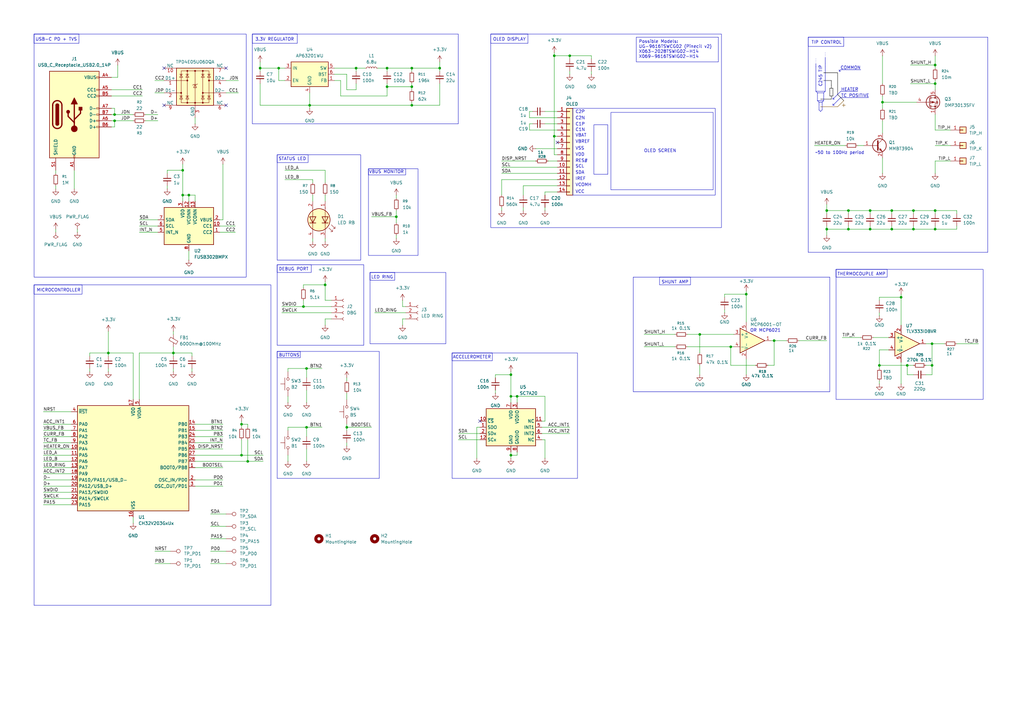
<source format=kicad_sch>
(kicad_sch
	(version 20250114)
	(generator "eeschema")
	(generator_version "9.0")
	(uuid "7095b018-eac3-4b01-b374-28e3216c4fd8")
	(paper "A3")
	
	(rectangle
		(start 270.51 113.665)
		(end 283.21 116.84)
		(stroke
			(width 0)
			(type default)
		)
		(fill
			(type none)
		)
		(uuid 1c73c902-a47e-4afe-a3a2-fdff9ad372a7)
	)
	(rectangle
		(start 185.42 144.78)
		(end 236.855 196.215)
		(stroke
			(width 0)
			(type default)
		)
		(fill
			(type none)
		)
		(uuid 25f66d05-38b5-4a17-99c1-8cad2c92cd3e)
	)
	(rectangle
		(start 113.665 63.5)
		(end 147.955 106.68)
		(stroke
			(width 0)
			(type default)
		)
		(fill
			(type none)
		)
		(uuid 322512cd-be35-4610-a4dc-a49cc7393b31)
	)
	(rectangle
		(start 13.97 13.97)
		(end 100.965 113.665)
		(stroke
			(width 0)
			(type default)
		)
		(fill
			(type none)
		)
		(uuid 34cfca7f-b72a-4261-a704-f33e6bc4b279)
	)
	(rectangle
		(start 185.42 144.78)
		(end 201.93 147.955)
		(stroke
			(width 0)
			(type default)
		)
		(fill
			(type none)
		)
		(uuid 37b1d202-d0af-4356-9cea-c5377ffdf5c6)
	)
	(rectangle
		(start 151.13 69.215)
		(end 166.37 71.755)
		(stroke
			(width 0)
			(type default)
		)
		(fill
			(type none)
		)
		(uuid 3ff5b4ba-34b9-4474-bd0b-2b540e2050a9)
	)
	(rectangle
		(start 342.9 110.49)
		(end 363.855 113.665)
		(stroke
			(width 0)
			(type default)
		)
		(fill
			(type none)
		)
		(uuid 411456a7-808a-4a99-b2e7-4b00b0660778)
	)
	(rectangle
		(start 113.665 144.145)
		(end 123.19 146.685)
		(stroke
			(width 0)
			(type default)
		)
		(fill
			(type none)
		)
		(uuid 51756553-69aa-4f9f-a31a-a60fa2c78053)
	)
	(rectangle
		(start 113.665 108.585)
		(end 149.225 141.605)
		(stroke
			(width 0)
			(type default)
		)
		(fill
			(type none)
		)
		(uuid 5ccf0a54-c09c-402b-8c12-180398bcf0c0)
	)
	(rectangle
		(start 331.47 15.24)
		(end 405.13 103.505)
		(stroke
			(width 0)
			(type default)
		)
		(fill
			(type none)
		)
		(uuid 608eefcd-9544-4ff5-9fa6-1a03cdb2edc0)
	)
	(rectangle
		(start 331.47 15.24)
		(end 346.075 19.05)
		(stroke
			(width 0)
			(type default)
		)
		(fill
			(type none)
		)
		(uuid 75245947-4db9-4c11-bcdd-4d111a323943)
	)
	(rectangle
		(start 151.765 111.76)
		(end 182.88 140.97)
		(stroke
			(width 0)
			(type default)
		)
		(fill
			(type none)
		)
		(uuid 7ca7d888-0de2-4ee4-9e02-bce99f6c7310)
	)
	(rectangle
		(start 13.97 116.84)
		(end 33.655 120.65)
		(stroke
			(width 0)
			(type default)
		)
		(fill
			(type none)
		)
		(uuid 7d5ee34c-3c30-4116-b034-575f8f5cbca0)
	)
	(rectangle
		(start 113.665 144.145)
		(end 155.575 196.215)
		(stroke
			(width 0)
			(type default)
		)
		(fill
			(type none)
		)
		(uuid 9c119ec4-7162-4594-9de4-9af2e8ac3469)
	)
	(rectangle
		(start 103.505 13.97)
		(end 121.92 17.78)
		(stroke
			(width 0)
			(type default)
		)
		(fill
			(type none)
		)
		(uuid 9d5c2b83-1ad1-4eb5-9c00-115d7cfbb819)
	)
	(rectangle
		(start 113.665 63.5)
		(end 126.365 66.675)
		(stroke
			(width 0)
			(type default)
		)
		(fill
			(type none)
		)
		(uuid 9db6c295-f05a-42de-905b-8e483d00bc1c)
	)
	(rectangle
		(start 342.9 110.49)
		(end 403.225 163.83)
		(stroke
			(width 0)
			(type default)
		)
		(fill
			(type none)
		)
		(uuid a57dfd79-f7b7-44cf-be58-21e0757161fa)
	)
	(rectangle
		(start 13.97 116.84)
		(end 111.125 248.285)
		(stroke
			(width 0)
			(type default)
		)
		(fill
			(type none)
		)
		(uuid a66c837f-d550-4ad5-b67a-1a34b6eaed03)
	)
	(rectangle
		(start 250.571 46.101)
		(end 292.481 77.851)
		(stroke
			(width 0)
			(type default)
		)
		(fill
			(type none)
		)
		(uuid b323df54-646c-4c42-ac5d-c702f5da28df)
	)
	(rectangle
		(start 13.97 13.97)
		(end 32.385 17.78)
		(stroke
			(width 0)
			(type default)
		)
		(fill
			(type none)
		)
		(uuid b41c86f7-a703-4da7-9c7c-3d6f2dbdab0b)
	)
	(rectangle
		(start 151.765 111.76)
		(end 161.925 114.935)
		(stroke
			(width 0)
			(type default)
		)
		(fill
			(type none)
		)
		(uuid bb60d903-b4fc-4579-917b-d8b1327cda5c)
	)
	(rectangle
		(start 234.95 44.45)
		(end 293.37 80.01)
		(stroke
			(width 0)
			(type default)
		)
		(fill
			(type none)
		)
		(uuid c7ed09f4-c5b0-447c-8527-2fd1a9942fc7)
	)
	(rectangle
		(start 201.295 13.97)
		(end 295.91 93.345)
		(stroke
			(width 0)
			(type default)
		)
		(fill
			(type none)
		)
		(uuid c86b0301-7b25-4d55-b6bd-bf1af0f3ea13)
	)
	(rectangle
		(start 243.586 51.181)
		(end 249.301 71.501)
		(stroke
			(width 0)
			(type default)
		)
		(fill
			(type none)
		)
		(uuid cc173c2c-4802-4b85-8dc1-c0ed1e2586ae)
	)
	(rectangle
		(start 151.13 69.215)
		(end 171.45 104.775)
		(stroke
			(width 0)
			(type default)
		)
		(fill
			(type none)
		)
		(uuid d2b50b41-845d-4a0b-ad88-942dbe8a9ea1)
	)
	(rectangle
		(start 113.665 108.585)
		(end 127.635 111.76)
		(stroke
			(width 0)
			(type default)
		)
		(fill
			(type none)
		)
		(uuid d42d397b-7d5e-44b0-98a1-cec60f91a733)
	)
	(rectangle
		(start 103.505 13.97)
		(end 187.96 50.8)
		(stroke
			(width 0)
			(type default)
		)
		(fill
			(type none)
		)
		(uuid d5e44070-3c31-4662-9265-15546dcb33a9)
	)
	(rectangle
		(start 201.295 13.97)
		(end 216.535 17.78)
		(stroke
			(width 0)
			(type default)
		)
		(fill
			(type none)
		)
		(uuid df873f2f-b2dc-4231-b391-da9722f3ee43)
	)
	(rectangle
		(start 259.715 113.665)
		(end 340.36 160.655)
		(stroke
			(width 0)
			(type default)
		)
		(fill
			(type none)
		)
		(uuid f4d05ad1-2d39-4c92-a424-b21a1915e749)
	)
	(text "COMMON"
		(exclude_from_sim no)
		(at 344.678 27.94 0)
		(effects
			(font
				(size 1.27 1.27)
			)
			(justify left)
		)
		(uuid "0da803d8-6a61-4b47-b3c4-8c42b4ebcdd7")
	)
	(text "~50 to 100Hz period"
		(exclude_from_sim no)
		(at 344.424 62.738 0)
		(effects
			(font
				(size 1.27 1.27)
			)
		)
		(uuid "0da88a4e-8094-41f6-a13c-7ae12789683b")
	)
	(text "3.3V REGULATOR"
		(exclude_from_sim no)
		(at 104.648 16.256 0)
		(effects
			(font
				(size 1.27 1.27)
			)
			(justify left)
		)
		(uuid "270c64e9-acc9-4bdf-adf9-51e85a7cfae3")
	)
	(text "C2N"
		(exclude_from_sim no)
		(at 235.966 48.514 0)
		(effects
			(font
				(size 1.27 1.27)
			)
			(justify left)
		)
		(uuid "303735e4-f194-4e97-9ddd-7741146e5965")
	)
	(text "OR MCP6021"
		(exclude_from_sim no)
		(at 313.944 135.636 0)
		(effects
			(font
				(size 1.27 1.27)
			)
		)
		(uuid "3b0bba77-4da6-417e-ba61-6edac674827f")
	)
	(text "USB-C PD + TVS"
		(exclude_from_sim no)
		(at 14.478 16.256 0)
		(effects
			(font
				(size 1.27 1.27)
			)
			(justify left)
		)
		(uuid "3b53ae36-2320-46df-8526-8d2b0e4cd267")
	)
	(text "BUTTONS"
		(exclude_from_sim no)
		(at 114.3 145.796 0)
		(effects
			(font
				(size 1.27 1.27)
			)
			(justify left)
		)
		(uuid "4ff0d853-92f6-4f02-aa33-1f252be5ef75")
	)
	(text "DEBUG PORT"
		(exclude_from_sim no)
		(at 114.3 110.49 0)
		(effects
			(font
				(size 1.27 1.27)
			)
			(justify left)
		)
		(uuid "5c2c7cad-81d2-418f-aeca-ca54c6312f8c")
	)
	(text "SCL"
		(exclude_from_sim no)
		(at 235.966 68.326 0)
		(effects
			(font
				(size 1.27 1.27)
			)
			(justify left)
		)
		(uuid "63c62cf3-4266-478a-9f68-199034fe5d8b")
	)
	(text "RES#"
		(exclude_from_sim no)
		(at 235.966 66.04 0)
		(effects
			(font
				(size 1.27 1.27)
			)
			(justify left)
		)
		(uuid "6ce3c0b9-bb73-4f4d-8996-df06398c02e3")
	)
	(text "C1P"
		(exclude_from_sim no)
		(at 235.966 51.054 0)
		(effects
			(font
				(size 1.27 1.27)
			)
			(justify left)
		)
		(uuid "6d196f00-fda4-408a-b16f-63e268646b7a")
	)
	(text "ACCELEROMETER"
		(exclude_from_sim no)
		(at 193.548 146.558 0)
		(effects
			(font
				(size 1.27 1.27)
			)
		)
		(uuid "6d3cce01-49eb-4036-848c-880563d726ff")
	)
	(text "HEATER"
		(exclude_from_sim no)
		(at 344.932 36.83 0)
		(effects
			(font
				(size 1.27 1.27)
			)
			(justify left)
		)
		(uuid "6f935533-365b-4490-a199-60d1f885e9c5")
	)
	(text "IREF"
		(exclude_from_sim no)
		(at 235.966 73.406 0)
		(effects
			(font
				(size 1.27 1.27)
			)
			(justify left)
		)
		(uuid "78269562-db7d-4f9c-9409-11de08793bfa")
	)
	(text "C1N"
		(exclude_from_sim no)
		(at 235.966 53.34 0)
		(effects
			(font
				(size 1.27 1.27)
			)
			(justify left)
		)
		(uuid "86eaf89d-7735-48bc-8adf-2c6d7e1c9267")
	)
	(text "C2P"
		(exclude_from_sim no)
		(at 235.966 45.974 0)
		(effects
			(font
				(size 1.27 1.27)
			)
			(justify left)
		)
		(uuid "88767c22-62f5-491f-8191-e622ce50d549")
	)
	(text "VDD"
		(exclude_from_sim no)
		(at 235.966 63.5 0)
		(effects
			(font
				(size 1.27 1.27)
			)
			(justify left)
		)
		(uuid "98ea20d6-f789-4c9a-9d2d-ddf9c4e55ce3")
	)
	(text "TC POSITIVE"
		(exclude_from_sim no)
		(at 344.932 39.37 0)
		(effects
			(font
				(size 1.27 1.27)
			)
			(justify left)
		)
		(uuid "9da3b577-a0bb-4c33-9c3c-e8388ac87829")
	)
	(text "OLED SCREEN"
		(exclude_from_sim no)
		(at 270.764 61.976 0)
		(effects
			(font
				(size 1.27 1.27)
			)
		)
		(uuid "a7d4d929-dbaa-411d-a847-37e4617db2b8")
	)
	(text "VCC"
		(exclude_from_sim no)
		(at 235.966 78.74 0)
		(effects
			(font
				(size 1.27 1.27)
			)
			(justify left)
		)
		(uuid "c0b5be38-ee7a-4c62-b666-9455a24b9bdf")
	)
	(text "TIP CONTROL"
		(exclude_from_sim no)
		(at 332.74 17.526 0)
		(effects
			(font
				(size 1.27 1.27)
			)
			(justify left)
		)
		(uuid "cbc624c8-2e49-4540-b1a0-5d8227d4665c")
	)
	(text "SDA"
		(exclude_from_sim no)
		(at 235.966 70.866 0)
		(effects
			(font
				(size 1.27 1.27)
			)
			(justify left)
		)
		(uuid "d1f23843-c159-4734-816f-e3ebdc7225d4")
	)
	(text "VBREF"
		(exclude_from_sim no)
		(at 235.966 58.166 0)
		(effects
			(font
				(size 1.27 1.27)
			)
			(justify left)
		)
		(uuid "dc92fbc2-eb7d-47ac-891e-6de1528c9506")
	)
	(text "SHUNT AMP"
		(exclude_from_sim no)
		(at 276.86 115.824 0)
		(effects
			(font
				(size 1.27 1.27)
			)
		)
		(uuid "df820a8a-db2f-421f-9d16-371dee1814e3")
	)
	(text "STATUS LED"
		(exclude_from_sim no)
		(at 119.888 65.278 0)
		(effects
			(font
				(size 1.27 1.27)
			)
		)
		(uuid "e08b0557-7c4e-4c2c-9d25-7e5a011c2beb")
	)
	(text "OLED DISPLAY"
		(exclude_from_sim no)
		(at 202.184 16.256 0)
		(effects
			(font
				(size 1.27 1.27)
			)
			(justify left)
		)
		(uuid "e1182865-9cf6-484e-b369-4d8124243a24")
	)
	(text "VBAT"
		(exclude_from_sim no)
		(at 235.966 55.626 0)
		(effects
			(font
				(size 1.27 1.27)
			)
			(justify left)
		)
		(uuid "e5136794-6a5a-4728-b4d0-e47266a8ec2c")
	)
	(text "VSS"
		(exclude_from_sim no)
		(at 235.966 60.96 0)
		(effects
			(font
				(size 1.27 1.27)
			)
			(justify left)
		)
		(uuid "e5277a5c-1568-43ec-ab65-5c403a9ddad3")
	)
	(text "VCOMH"
		(exclude_from_sim no)
		(at 235.966 75.946 0)
		(effects
			(font
				(size 1.27 1.27)
			)
			(justify left)
		)
		(uuid "e677c7ab-e79d-4a1c-8a88-4a56ca5d6b79")
	)
	(text "THERMOCOUPLE AMP"
		(exclude_from_sim no)
		(at 353.314 112.522 0)
		(effects
			(font
				(size 1.27 1.27)
			)
		)
		(uuid "e865e2d4-df9a-47d7-8bc3-1d543675c813")
	)
	(text "C245 TIP"
		(exclude_from_sim no)
		(at 336.55 31.242 90)
		(effects
			(font
				(size 1.27 1.27)
			)
		)
		(uuid "ec1ed9c1-072b-4c68-8764-5736b7bc8d68")
	)
	(text "LED RING"
		(exclude_from_sim no)
		(at 156.718 113.792 0)
		(effects
			(font
				(size 1.27 1.27)
			)
		)
		(uuid "eebaafe7-13f6-4495-a884-67f3bb5c6ce1")
	)
	(text "MICROCONTROLLER"
		(exclude_from_sim no)
		(at 14.986 119.126 0)
		(effects
			(font
				(size 1.27 1.27)
			)
			(justify left)
		)
		(uuid "f4202bbd-17db-406a-9b6f-417fe43fdaab")
	)
	(text "VBUS MONITOR"
		(exclude_from_sim no)
		(at 158.496 70.612 0)
		(effects
			(font
				(size 1.27 1.27)
			)
		)
		(uuid "f741b2f1-f711-4456-aa2d-f19417092858")
	)
	(text_box "Possible Models:\nUG-9616TSWCG02 (Pinecil v2)\nX063-2028TSWIG02-H14\nX069-9616TSWIG02-H14"
		(exclude_from_sim no)
		(at 260.985 15.24 0)
		(size 33.655 10.16)
		(margins 0.9525 0.9525 0.9525 0.9525)
		(stroke
			(width 0)
			(type solid)
		)
		(fill
			(type none)
		)
		(effects
			(font
				(size 1.27 1.27)
			)
			(justify left top)
		)
		(uuid "aff1d92e-7948-41af-95d4-eec0b0d11729")
	)
	(junction
		(at 339.09 86.36)
		(diameter 0)
		(color 0 0 0 0)
		(uuid "0249d269-810c-4792-bcad-62c507e2feae")
	)
	(junction
		(at 383.54 34.29)
		(diameter 0)
		(color 0 0 0 0)
		(uuid "06f4ee53-3c6f-4b9e-acff-5c637dc2f0f0")
	)
	(junction
		(at 146.05 27.94)
		(diameter 0)
		(color 0 0 0 0)
		(uuid "0acd8611-5527-40f7-90a3-5c60d1adc1d0")
	)
	(junction
		(at 306.07 120.65)
		(diameter 0)
		(color 0 0 0 0)
		(uuid "0b83f2c9-b8b1-424d-9ef9-aa8bc46ee63d")
	)
	(junction
		(at 99.06 173.99)
		(diameter 0)
		(color 0 0 0 0)
		(uuid "22bc19a2-e590-4ae5-87e1-2c346112c753")
	)
	(junction
		(at 101.6 189.23)
		(diameter 0)
		(color 0 0 0 0)
		(uuid "39afbb62-f4d9-47c5-b1ec-6bf8308a9b0e")
	)
	(junction
		(at 374.65 86.36)
		(diameter 0)
		(color 0 0 0 0)
		(uuid "3e104a1b-7253-4537-8264-1c669770fc55")
	)
	(junction
		(at 369.57 121.92)
		(diameter 0)
		(color 0 0 0 0)
		(uuid "3f9bcc33-18ad-48ec-8047-f514eddb9bd3")
	)
	(junction
		(at 339.09 93.98)
		(diameter 0)
		(color 0 0 0 0)
		(uuid "43942d84-b87b-4f4a-adb8-d0b0fad21d24")
	)
	(junction
		(at 158.75 27.94)
		(diameter 0)
		(color 0 0 0 0)
		(uuid "4e457d4d-37fd-4b51-a420-85ebb8dc04c5")
	)
	(junction
		(at 365.76 93.98)
		(diameter 0)
		(color 0 0 0 0)
		(uuid "4fb70dd2-3e99-400e-97c5-a12f82607ede")
	)
	(junction
		(at 162.56 88.9)
		(diameter 0)
		(color 0 0 0 0)
		(uuid "5171e2df-ff89-449d-9837-899c8a33b75c")
	)
	(junction
		(at 383.54 93.98)
		(diameter 0)
		(color 0 0 0 0)
		(uuid "55503a9c-b6b6-4187-8267-b69ed226b524")
	)
	(junction
		(at 361.95 41.91)
		(diameter 0)
		(color 0 0 0 0)
		(uuid "55c48a4e-b496-4df9-98f9-8a2a30715d30")
	)
	(junction
		(at 168.91 35.56)
		(diameter 0)
		(color 0 0 0 0)
		(uuid "57d2e74f-9c65-42d1-a47a-8230db07f92e")
	)
	(junction
		(at 209.55 162.56)
		(diameter 0)
		(color 0 0 0 0)
		(uuid "589eff9d-eed1-4df5-98d6-26b7c768b426")
	)
	(junction
		(at 299.72 142.24)
		(diameter 0)
		(color 0 0 0 0)
		(uuid "5c6565bc-3073-4b42-a446-7197b95e4ab3")
	)
	(junction
		(at 46.99 49.53)
		(diameter 0)
		(color 0 0 0 0)
		(uuid "5e8d1cf7-167e-4030-9f28-7c115ea5395b")
	)
	(junction
		(at 227.33 55.88)
		(diameter 0)
		(color 0 0 0 0)
		(uuid "5fbb3de9-86ee-49ad-a284-eb55f1cc692a")
	)
	(junction
		(at 168.91 43.18)
		(diameter 0)
		(color 0 0 0 0)
		(uuid "660d2309-d1aa-4d86-b95c-854e50c0a293")
	)
	(junction
		(at 168.91 27.94)
		(diameter 0)
		(color 0 0 0 0)
		(uuid "691dc945-779c-4911-8f56-5300f4d58275")
	)
	(junction
		(at 233.68 22.86)
		(diameter 0)
		(color 0 0 0 0)
		(uuid "73b54f8a-8892-4f5c-ad2f-0a2e6cc384c3")
	)
	(junction
		(at 372.11 149.86)
		(diameter 0)
		(color 0 0 0 0)
		(uuid "77d052f3-f174-4ac4-b7f3-74fd8cd4f0e2")
	)
	(junction
		(at 356.87 86.36)
		(diameter 0)
		(color 0 0 0 0)
		(uuid "79c391a9-2d95-4c3e-a922-b7e1f89f8cb2")
	)
	(junction
		(at 209.55 153.67)
		(diameter 0)
		(color 0 0 0 0)
		(uuid "84b1d133-5555-4f34-9259-4c4a00397909")
	)
	(junction
		(at 158.75 35.56)
		(diameter 0)
		(color 0 0 0 0)
		(uuid "85eb43cd-2fb7-4c1a-b0ce-7e338a2da686")
	)
	(junction
		(at 382.27 149.86)
		(diameter 0)
		(color 0 0 0 0)
		(uuid "879d8513-8c12-4c71-805b-cfd0566ce6a8")
	)
	(junction
		(at 347.98 93.98)
		(diameter 0)
		(color 0 0 0 0)
		(uuid "87dc4b49-25de-4f6d-adf7-8941fa901f8f")
	)
	(junction
		(at 360.68 149.86)
		(diameter 0)
		(color 0 0 0 0)
		(uuid "8891de76-9830-4ea1-acad-40e871562426")
	)
	(junction
		(at 99.06 186.69)
		(diameter 0)
		(color 0 0 0 0)
		(uuid "8f91cdd6-9b8f-41e7-aba5-783e4c94f1c2")
	)
	(junction
		(at 227.33 22.86)
		(diameter 0)
		(color 0 0 0 0)
		(uuid "9531702c-c6a6-4297-8a10-64a5c6fc90b3")
	)
	(junction
		(at 347.98 86.36)
		(diameter 0)
		(color 0 0 0 0)
		(uuid "963b4dc5-29f7-4f14-9341-7b3162f2c358")
	)
	(junction
		(at 365.76 86.36)
		(diameter 0)
		(color 0 0 0 0)
		(uuid "98b3589f-4017-4aba-83b6-53982e3e5cd4")
	)
	(junction
		(at 287.02 137.16)
		(diameter 0)
		(color 0 0 0 0)
		(uuid "9bcd364d-f531-4b7f-8ea5-4b3ee103e967")
	)
	(junction
		(at 44.45 144.78)
		(diameter 0)
		(color 0 0 0 0)
		(uuid "9fa2ea7a-f50f-4f59-8f6e-1d8cc4b4f22f")
	)
	(junction
		(at 74.93 80.01)
		(diameter 0)
		(color 0 0 0 0)
		(uuid "a102cd63-af1a-49b4-9201-df06578d4c1f")
	)
	(junction
		(at 382.27 140.97)
		(diameter 0)
		(color 0 0 0 0)
		(uuid "aff6f7cf-f995-4965-9b70-2f6e1afd3257")
	)
	(junction
		(at 374.65 93.98)
		(diameter 0)
		(color 0 0 0 0)
		(uuid "ba3cb80e-2f56-46b8-a675-0ffd9ff134a3")
	)
	(junction
		(at 125.73 175.26)
		(diameter 0)
		(color 0 0 0 0)
		(uuid "bf198e04-4a01-4230-877f-f1ab43f756f2")
	)
	(junction
		(at 71.12 144.78)
		(diameter 0)
		(color 0 0 0 0)
		(uuid "cbafbc4a-ea32-4bc2-8303-c740f3149d9b")
	)
	(junction
		(at 127 43.18)
		(diameter 0)
		(color 0 0 0 0)
		(uuid "d049456d-20ee-4308-a384-c295c5fb64a1")
	)
	(junction
		(at 77.47 80.01)
		(diameter 0)
		(color 0 0 0 0)
		(uuid "d075905e-0ee9-4e4e-bc8b-46248e59d6b7")
	)
	(junction
		(at 317.5 139.7)
		(diameter 0)
		(color 0 0 0 0)
		(uuid "d120f155-c747-46db-85bd-012ff6f955e2")
	)
	(junction
		(at 209.55 186.69)
		(diameter 0)
		(color 0 0 0 0)
		(uuid "d3c0ec6c-e13a-496a-ad1c-ba60afc46b96")
	)
	(junction
		(at 46.99 46.99)
		(diameter 0)
		(color 0 0 0 0)
		(uuid "d3cb3929-1383-43bf-9aa0-8d6179547879")
	)
	(junction
		(at 125.73 151.13)
		(diameter 0)
		(color 0 0 0 0)
		(uuid "d8814552-a2c0-4a06-a6ac-aee6b3d4aa8f")
	)
	(junction
		(at 383.54 26.67)
		(diameter 0)
		(color 0 0 0 0)
		(uuid "da3b297d-0923-4177-b028-d6cc65cf03d0")
	)
	(junction
		(at 74.93 69.85)
		(diameter 0)
		(color 0 0 0 0)
		(uuid "dced1970-c9d1-4fca-aa68-57578fbeec87")
	)
	(junction
		(at 133.35 116.84)
		(diameter 0)
		(color 0 0 0 0)
		(uuid "dd645f38-5944-4257-9764-2d12bcf783d9")
	)
	(junction
		(at 124.46 125.73)
		(diameter 0)
		(color 0 0 0 0)
		(uuid "e0c9883b-d031-4a61-9fde-76739f501e2c")
	)
	(junction
		(at 114.3 27.94)
		(diameter 0)
		(color 0 0 0 0)
		(uuid "e80bc681-7695-43f3-a2bd-d411c7e86409")
	)
	(junction
		(at 212.09 162.56)
		(diameter 0)
		(color 0 0 0 0)
		(uuid "ea9ea449-1699-40d7-8a1c-89a1d2111f96")
	)
	(junction
		(at 356.87 93.98)
		(diameter 0)
		(color 0 0 0 0)
		(uuid "ebc86db2-2764-4df6-9433-ecced69310ed")
	)
	(junction
		(at 383.54 86.36)
		(diameter 0)
		(color 0 0 0 0)
		(uuid "ed52385f-ebdf-4c3e-aebe-022c47113848")
	)
	(junction
		(at 180.34 27.94)
		(diameter 0)
		(color 0 0 0 0)
		(uuid "efddc068-f25b-4568-b3c6-1c6aa0f4c97e")
	)
	(junction
		(at 106.68 27.94)
		(diameter 0)
		(color 0 0 0 0)
		(uuid "f1df4cab-d95d-4e21-b204-cc5686c3ccd2")
	)
	(junction
		(at 142.24 175.26)
		(diameter 0)
		(color 0 0 0 0)
		(uuid "fe9b1f2a-8aec-4aa7-8489-1f83d22307ee")
	)
	(no_connect
		(at 92.71 43.18)
		(uuid "46b4ccbc-24ab-4899-8505-9a1bc9336197")
	)
	(no_connect
		(at 67.31 27.94)
		(uuid "613b3790-5218-413f-a343-e26aa4ea4b95")
	)
	(no_connect
		(at 228.6 58.42)
		(uuid "8d801d13-32fe-4e34-8cc5-b8a86a497023")
	)
	(no_connect
		(at 196.85 172.72)
		(uuid "bb17c601-45a1-4eb6-aaaf-eada3efdd523")
	)
	(no_connect
		(at 67.31 43.18)
		(uuid "c9b41e3a-80a4-4410-be4c-91975e86700a")
	)
	(no_connect
		(at 92.71 27.94)
		(uuid "e9fc4535-1911-4390-b5e2-c282d53c9319")
	)
	(wire
		(pts
			(xy 99.06 186.69) (xy 107.95 186.69)
		)
		(stroke
			(width 0)
			(type default)
		)
		(uuid "00dc7f33-0b4e-4099-8479-24293b9aabac")
	)
	(wire
		(pts
			(xy 222.25 177.8) (xy 233.68 177.8)
		)
		(stroke
			(width 0)
			(type default)
		)
		(uuid "0156bf95-e162-433c-99c7-904c2f68448d")
	)
	(wire
		(pts
			(xy 389.89 66.04) (xy 383.54 66.04)
		)
		(stroke
			(width 0)
			(type default)
		)
		(uuid "01731df4-405d-4159-8024-ddbfe44e4824")
	)
	(wire
		(pts
			(xy 180.34 25.4) (xy 180.34 27.94)
		)
		(stroke
			(width 0)
			(type default)
		)
		(uuid "0280334b-627a-4233-a676-012a207d9298")
	)
	(wire
		(pts
			(xy 195.58 175.26) (xy 196.85 175.26)
		)
		(stroke
			(width 0)
			(type default)
		)
		(uuid "03f9526b-c252-4cea-a8ec-81306ff6df76")
	)
	(wire
		(pts
			(xy 63.5 38.1) (xy 67.31 38.1)
		)
		(stroke
			(width 0)
			(type default)
		)
		(uuid "057a48eb-9b1d-42a5-bf44-6985b9321748")
	)
	(wire
		(pts
			(xy 317.5 149.86) (xy 317.5 139.7)
		)
		(stroke
			(width 0)
			(type default)
		)
		(uuid "05e89aa4-84da-405d-a1af-2a2d87ad272b")
	)
	(polyline
		(pts
			(xy 344.17 29.21) (xy 344.805 29.21)
		)
		(stroke
			(width 0)
			(type default)
		)
		(uuid "061e75a6-db12-4875-bb49-acc7a02aa4eb")
	)
	(wire
		(pts
			(xy 227.33 55.88) (xy 228.6 55.88)
		)
		(stroke
			(width 0)
			(type default)
		)
		(uuid "06a39b25-e5c0-48bf-8f66-6ff9e46efda7")
	)
	(wire
		(pts
			(xy 361.95 22.86) (xy 361.95 34.29)
		)
		(stroke
			(width 0)
			(type default)
		)
		(uuid "07213a78-02ed-408a-8a81-3c765c5554db")
	)
	(polyline
		(pts
			(xy 343.535 29.845) (xy 343.535 38.735)
		)
		(stroke
			(width 0)
			(type solid)
			(color 0 0 0 1)
		)
		(uuid "076917fa-25ee-47d3-b2b0-165b02f01f24")
	)
	(wire
		(pts
			(xy 68.58 69.85) (xy 74.93 69.85)
		)
		(stroke
			(width 0)
			(type default)
		)
		(uuid "088c7699-190e-4234-9815-fffe11d5ef7a")
	)
	(wire
		(pts
			(xy 68.58 76.2) (xy 68.58 77.47)
		)
		(stroke
			(width 0)
			(type default)
		)
		(uuid "090443bb-96fb-4f06-ac72-191a7f6e15f4")
	)
	(wire
		(pts
			(xy 96.52 95.25) (xy 90.17 95.25)
		)
		(stroke
			(width 0)
			(type default)
		)
		(uuid "091df10a-a778-479d-8cbf-324751cb3cc5")
	)
	(wire
		(pts
			(xy 187.96 180.34) (xy 196.85 180.34)
		)
		(stroke
			(width 0)
			(type default)
		)
		(uuid "093a4bfc-aabd-4586-948a-1580d9afeffa")
	)
	(wire
		(pts
			(xy 45.72 36.83) (xy 58.42 36.83)
		)
		(stroke
			(width 0)
			(type default)
		)
		(uuid "098337dc-d67f-4f92-9e59-aa0530495823")
	)
	(wire
		(pts
			(xy 281.94 142.24) (xy 299.72 142.24)
		)
		(stroke
			(width 0)
			(type default)
		)
		(uuid "0cad2886-a2e2-49af-b1ff-94b34171dd68")
	)
	(wire
		(pts
			(xy 80.01 184.15) (xy 91.44 184.15)
		)
		(stroke
			(width 0)
			(type default)
		)
		(uuid "0d0fb7d8-cf76-4ea3-b43e-0043f449d33e")
	)
	(wire
		(pts
			(xy 106.68 34.29) (xy 106.68 43.18)
		)
		(stroke
			(width 0)
			(type default)
		)
		(uuid "0d1da041-1604-484f-8588-64418e6780df")
	)
	(polyline
		(pts
			(xy 349.25 40.005) (xy 356.235 40.005)
		)
		(stroke
			(width 0)
			(type default)
		)
		(uuid "0efdd063-1445-49ad-b269-05e1548bd623")
	)
	(wire
		(pts
			(xy 17.78 191.77) (xy 29.21 191.77)
		)
		(stroke
			(width 0)
			(type default)
		)
		(uuid "0f968ad1-38fa-43f3-a9ca-eaab57060db2")
	)
	(wire
		(pts
			(xy 214.63 85.09) (xy 214.63 86.36)
		)
		(stroke
			(width 0)
			(type default)
		)
		(uuid "0fdf5b0f-14a7-4ff5-aee8-91dcf3e80430")
	)
	(wire
		(pts
			(xy 168.91 35.56) (xy 158.75 35.56)
		)
		(stroke
			(width 0)
			(type default)
		)
		(uuid "1190a964-f3bd-43e5-a242-6444d80cf4b2")
	)
	(polyline
		(pts
			(xy 336.55 43.815) (xy 343.535 43.815)
		)
		(stroke
			(width 0)
			(type solid)
			(color 128 77 0 1)
		)
		(uuid "11cf35b8-cd1b-4b18-8246-50d401672c42")
	)
	(wire
		(pts
			(xy 360.68 149.86) (xy 360.68 143.51)
		)
		(stroke
			(width 0)
			(type default)
		)
		(uuid "12f02fb2-28a7-4766-ae13-424545151178")
	)
	(wire
		(pts
			(xy 209.55 162.56) (xy 209.55 165.1)
		)
		(stroke
			(width 0)
			(type default)
		)
		(uuid "135c080a-b87a-42f2-bd23-e8f54c5ee6c7")
	)
	(wire
		(pts
			(xy 165.1 133.35) (xy 165.1 130.81)
		)
		(stroke
			(width 0)
			(type default)
		)
		(uuid "13a8fbae-4055-4538-a775-7561035458e6")
	)
	(wire
		(pts
			(xy 128.27 80.01) (xy 128.27 82.55)
		)
		(stroke
			(width 0)
			(type default)
		)
		(uuid "140fa8d5-d1ac-448c-bfcf-ff319345db09")
	)
	(wire
		(pts
			(xy 382.27 149.86) (xy 382.27 140.97)
		)
		(stroke
			(width 0)
			(type default)
		)
		(uuid "1427c6b1-5293-499b-9663-f54121cc8ca4")
	)
	(wire
		(pts
			(xy 48.26 31.75) (xy 48.26 26.67)
		)
		(stroke
			(width 0)
			(type default)
		)
		(uuid "14b83c6b-fa77-4ec1-b020-d89f490dd1db")
	)
	(wire
		(pts
			(xy 374.65 92.71) (xy 374.65 93.98)
		)
		(stroke
			(width 0)
			(type default)
		)
		(uuid "14f4beaa-5919-48a6-bf5e-868152fe82b7")
	)
	(wire
		(pts
			(xy 365.76 86.36) (xy 365.76 87.63)
		)
		(stroke
			(width 0)
			(type default)
		)
		(uuid "154f7824-5e3a-4df6-a265-e8ad4cf18628")
	)
	(wire
		(pts
			(xy 369.57 120.65) (xy 369.57 121.92)
		)
		(stroke
			(width 0)
			(type default)
		)
		(uuid "16a235b6-6479-41c3-934b-5990cd87fafe")
	)
	(wire
		(pts
			(xy 227.33 55.88) (xy 227.33 63.5)
		)
		(stroke
			(width 0)
			(type default)
		)
		(uuid "16a6ad92-1a6b-4d2b-93f1-5652f5947dbb")
	)
	(wire
		(pts
			(xy 168.91 29.21) (xy 168.91 27.94)
		)
		(stroke
			(width 0)
			(type default)
		)
		(uuid "16beecb1-a5ab-433f-9aa9-d5c8af0be23d")
	)
	(polyline
		(pts
			(xy 345.44 43.18) (xy 346.71 43.18)
		)
		(stroke
			(width 0)
			(type solid)
			(color 128 77 0 1)
		)
		(uuid "17532791-aaa0-48e6-a3d3-84b5cfe2ffdf")
	)
	(wire
		(pts
			(xy 86.36 231.14) (xy 92.71 231.14)
		)
		(stroke
			(width 0)
			(type default)
		)
		(uuid "17c09d63-4f8c-4d97-9c64-a3bd4dd82600")
	)
	(wire
		(pts
			(xy 45.72 52.07) (xy 46.99 52.07)
		)
		(stroke
			(width 0)
			(type default)
		)
		(uuid "18438b3a-827e-4972-b4d2-e39627126fd2")
	)
	(wire
		(pts
			(xy 17.78 186.69) (xy 29.21 186.69)
		)
		(stroke
			(width 0)
			(type default)
		)
		(uuid "185cc638-609c-4acf-9a83-434d47f9bece")
	)
	(wire
		(pts
			(xy 373.38 34.29) (xy 383.54 34.29)
		)
		(stroke
			(width 0)
			(type default)
		)
		(uuid "191e8f1b-e026-4cf9-9cb9-19eac445eae5")
	)
	(wire
		(pts
			(xy 118.11 162.56) (xy 118.11 165.1)
		)
		(stroke
			(width 0)
			(type default)
		)
		(uuid "1a08e192-3ede-459c-841e-9f0c19ec1e3e")
	)
	(wire
		(pts
			(xy 17.78 201.93) (xy 29.21 201.93)
		)
		(stroke
			(width 0)
			(type default)
		)
		(uuid "1a675778-1e38-4114-a392-a674b2dc8fa9")
	)
	(wire
		(pts
			(xy 71.12 135.89) (xy 71.12 137.16)
		)
		(stroke
			(width 0)
			(type default)
		)
		(uuid "1ae0b9e3-10e0-4c50-8291-792664f6f6ce")
	)
	(wire
		(pts
			(xy 101.6 175.26) (xy 101.6 173.99)
		)
		(stroke
			(width 0)
			(type default)
		)
		(uuid "1beeb275-c1cd-4b8f-a12a-830eb9c2286d")
	)
	(wire
		(pts
			(xy 80.01 199.39) (xy 91.44 199.39)
		)
		(stroke
			(width 0)
			(type default)
		)
		(uuid "1c31a3a0-71be-4869-aecb-fe7720f70370")
	)
	(polyline
		(pts
			(xy 340.995 34.925) (xy 340.995 36.195)
		)
		(stroke
			(width 0)
			(type solid)
			(color 0 0 0 1)
		)
		(uuid "1cb32bb3-76dc-4823-be3a-ee1c82fb9d6e")
	)
	(wire
		(pts
			(xy 168.91 43.18) (xy 127 43.18)
		)
		(stroke
			(width 0)
			(type default)
		)
		(uuid "1efe1ac7-40f4-4f17-9d42-17e1c9f0de6b")
	)
	(polyline
		(pts
			(xy 344.17 29.21) (xy 344.805 28.575)
		)
		(stroke
			(width 0)
			(type default)
		)
		(uuid "1fc62f63-6cba-4ff0-930d-1f292e0bfa84")
	)
	(wire
		(pts
			(xy 80.01 181.61) (xy 91.44 181.61)
		)
		(stroke
			(width 0)
			(type default)
		)
		(uuid "1fd72b09-6ab8-4dc4-8f0b-ca67c9a74253")
	)
	(wire
		(pts
			(xy 68.58 71.12) (xy 68.58 69.85)
		)
		(stroke
			(width 0)
			(type default)
		)
		(uuid "202b5c7b-0b11-4522-bc46-256551c46d63")
	)
	(wire
		(pts
			(xy 116.84 27.94) (xy 114.3 27.94)
		)
		(stroke
			(width 0)
			(type default)
		)
		(uuid "202f5003-0a48-4fcb-962b-eb5d0b2eea8c")
	)
	(wire
		(pts
			(xy 383.54 53.34) (xy 389.89 53.34)
		)
		(stroke
			(width 0)
			(type default)
		)
		(uuid "206812ad-99c8-4641-84e7-7df86ad62159")
	)
	(polyline
		(pts
			(xy 334.645 37.465) (xy 338.455 37.465)
		)
		(stroke
			(width 0)
			(type default)
		)
		(uuid "20c289f8-34a5-48ed-8d32-b4b9e5521011")
	)
	(wire
		(pts
			(xy 77.47 102.87) (xy 77.47 106.68)
		)
		(stroke
			(width 0)
			(type default)
		)
		(uuid "21a2f101-e4da-4991-a949-92df212cf85b")
	)
	(polyline
		(pts
			(xy 344.805 28.575) (xy 353.06 28.575)
		)
		(stroke
			(width 0)
			(type default)
		)
		(uuid "225ad2a0-3f91-4b41-b14c-33002ef325b8")
	)
	(wire
		(pts
			(xy 180.34 43.18) (xy 168.91 43.18)
		)
		(stroke
			(width 0)
			(type default)
		)
		(uuid "228d2b28-0e5e-4a0f-9a64-60ca034456d5")
	)
	(wire
		(pts
			(xy 22.86 69.85) (xy 22.86 71.12)
		)
		(stroke
			(width 0)
			(type default)
		)
		(uuid "22ceb097-bc74-4764-aecd-0b980944d711")
	)
	(wire
		(pts
			(xy 383.54 59.69) (xy 389.89 59.69)
		)
		(stroke
			(width 0)
			(type default)
		)
		(uuid "234d1ba8-847a-498b-b1ae-e4eb0f0e2c2e")
	)
	(polyline
		(pts
			(xy 343.535 43.815) (xy 346.075 41.275)
		)
		(stroke
			(width 0)
			(type solid)
			(color 128 77 0 1)
		)
		(uuid "23b27315-c748-4e5f-bfe8-f12b825cfb87")
	)
	(wire
		(pts
			(xy 374.65 86.36) (xy 383.54 86.36)
		)
		(stroke
			(width 0)
			(type default)
		)
		(uuid "241d78ea-2de2-4188-aaa5-4924dd6609f2")
	)
	(wire
		(pts
			(xy 168.91 34.29) (xy 168.91 35.56)
		)
		(stroke
			(width 0)
			(type default)
		)
		(uuid "24d5a81f-7436-4451-bff0-11fbe42d2c28")
	)
	(wire
		(pts
			(xy 383.54 22.86) (xy 383.54 26.67)
		)
		(stroke
			(width 0)
			(type default)
		)
		(uuid "2593c66c-8e0c-4cae-943a-7ead78f05fe5")
	)
	(wire
		(pts
			(xy 339.09 92.71) (xy 339.09 93.98)
		)
		(stroke
			(width 0)
			(type default)
		)
		(uuid "262148e9-abf9-4df4-8abe-6bc1166237b2")
	)
	(wire
		(pts
			(xy 125.73 175.26) (xy 132.08 175.26)
		)
		(stroke
			(width 0)
			(type default)
		)
		(uuid "27851202-de10-4bda-a7a1-86d90d3431e9")
	)
	(wire
		(pts
			(xy 118.11 186.69) (xy 118.11 189.23)
		)
		(stroke
			(width 0)
			(type default)
		)
		(uuid "281d0dee-0d42-447c-96a0-518527b352a7")
	)
	(wire
		(pts
			(xy 374.65 153.67) (xy 372.11 153.67)
		)
		(stroke
			(width 0)
			(type default)
		)
		(uuid "28f9a714-ce47-4a87-9eba-39a2e1e51e21")
	)
	(wire
		(pts
			(xy 158.75 39.37) (xy 139.7 39.37)
		)
		(stroke
			(width 0)
			(type default)
		)
		(uuid "296133f5-2a32-47e9-994c-67f3c4c032fa")
	)
	(wire
		(pts
			(xy 46.99 44.45) (xy 46.99 46.99)
		)
		(stroke
			(width 0)
			(type default)
		)
		(uuid "2b6c7f04-a093-4524-90eb-496f9f787527")
	)
	(wire
		(pts
			(xy 205.74 73.66) (xy 205.74 80.01)
		)
		(stroke
			(width 0)
			(type default)
		)
		(uuid "2c6750b6-74c7-4d32-8f14-8af4353a5366")
	)
	(wire
		(pts
			(xy 127 43.18) (xy 127 44.45)
		)
		(stroke
			(width 0)
			(type default)
		)
		(uuid "2caf9a90-c3fc-4061-b393-2a0dec203c07")
	)
	(wire
		(pts
			(xy 365.76 86.36) (xy 374.65 86.36)
		)
		(stroke
			(width 0)
			(type default)
		)
		(uuid "2d9677a5-5e87-4fa5-92ae-254525c90d11")
	)
	(wire
		(pts
			(xy 383.54 66.04) (xy 383.54 71.12)
		)
		(stroke
			(width 0)
			(type default)
		)
		(uuid "2e30f3cc-d7f2-4ca4-85fa-9f0e1ff2f599")
	)
	(wire
		(pts
			(xy 118.11 176.53) (xy 118.11 175.26)
		)
		(stroke
			(width 0)
			(type default)
		)
		(uuid "2ee4ebfa-2b1b-4192-baa0-8298861d736b")
	)
	(wire
		(pts
			(xy 45.72 31.75) (xy 48.26 31.75)
		)
		(stroke
			(width 0)
			(type default)
		)
		(uuid "2f68ac55-2ae3-4fdc-bcfb-21f448f1abfc")
	)
	(wire
		(pts
			(xy 17.78 194.31) (xy 29.21 194.31)
		)
		(stroke
			(width 0)
			(type default)
		)
		(uuid "2fdf26ff-e34d-47ed-b024-4ecb4d28caf6")
	)
	(wire
		(pts
			(xy 209.55 152.4) (xy 209.55 153.67)
		)
		(stroke
			(width 0)
			(type default)
		)
		(uuid "2ff8f590-a0dd-4986-b523-e06c9b3827a0")
	)
	(polyline
		(pts
			(xy 334.645 24.13) (xy 334.645 26.035)
		)
		(stroke
			(width 0)
			(type dot)
		)
		(uuid "30942881-eef2-4f32-b0ca-a19e1cdb685d")
	)
	(wire
		(pts
			(xy 133.35 123.19) (xy 133.35 116.84)
		)
		(stroke
			(width 0)
			(type default)
		)
		(uuid "3096bc9d-6be7-44be-98b5-33a16aea1377")
	)
	(wire
		(pts
			(xy 146.05 36.83) (xy 142.24 36.83)
		)
		(stroke
			(width 0)
			(type default)
		)
		(uuid "326fcbeb-6568-414a-bae2-3482d5ca26c6")
	)
	(wire
		(pts
			(xy 99.06 180.34) (xy 99.06 186.69)
		)
		(stroke
			(width 0)
			(type default)
		)
		(uuid "3355cf20-4f86-473a-8cad-ce6847f6a0c1")
	)
	(wire
		(pts
			(xy 203.2 154.94) (xy 203.2 153.67)
		)
		(stroke
			(width 0)
			(type default)
		)
		(uuid "34170387-03a3-4d7d-9f6a-9db512b2f47f")
	)
	(wire
		(pts
			(xy 297.18 120.65) (xy 306.07 120.65)
		)
		(stroke
			(width 0)
			(type default)
		)
		(uuid "345fd9b9-1984-433d-a9e0-ef9f08691e20")
	)
	(wire
		(pts
			(xy 124.46 123.19) (xy 124.46 125.73)
		)
		(stroke
			(width 0)
			(type default)
		)
		(uuid "3489d8e5-ab2a-461f-baae-51519db62919")
	)
	(wire
		(pts
			(xy 142.24 161.29) (xy 142.24 163.83)
		)
		(stroke
			(width 0)
			(type default)
		)
		(uuid "354a48c2-fb32-4581-9fe6-6cca8deaea5e")
	)
	(wire
		(pts
			(xy 114.3 27.94) (xy 106.68 27.94)
		)
		(stroke
			(width 0)
			(type default)
		)
		(uuid "35fc1e6c-2319-48d6-b1ef-3f4c892dc210")
	)
	(wire
		(pts
			(xy 351.79 59.69) (xy 354.33 59.69)
		)
		(stroke
			(width 0)
			(type default)
		)
		(uuid "3810f2bb-82da-4973-8a29-cbb4318d6b51")
	)
	(wire
		(pts
			(xy 106.68 27.94) (xy 106.68 29.21)
		)
		(stroke
			(width 0)
			(type default)
		)
		(uuid "3855a61f-666e-4706-aff6-2793b5d48fb3")
	)
	(wire
		(pts
			(xy 80.01 48.26) (xy 80.01 50.8)
		)
		(stroke
			(width 0)
			(type default)
		)
		(uuid "3884bd08-970a-4525-a7ae-3d118eacfc46")
	)
	(polyline
		(pts
			(xy 336.55 45.72) (xy 335.915 45.085)
		)
		(stroke
			(width 0)
			(type default)
		)
		(uuid "39a12aa5-75fa-4b65-96a9-f0b6425df50e")
	)
	(wire
		(pts
			(xy 80.01 189.23) (xy 101.6 189.23)
		)
		(stroke
			(width 0)
			(type default)
		)
		(uuid "3b2755e3-1aad-493d-a2e7-3f4591a11d7c")
	)
	(wire
		(pts
			(xy 86.36 215.9) (xy 92.71 215.9)
		)
		(stroke
			(width 0)
			(type default)
		)
		(uuid "3bd21cd8-27e7-4425-90d9-0c1fa6bca675")
	)
	(wire
		(pts
			(xy 180.34 29.21) (xy 180.34 27.94)
		)
		(stroke
			(width 0)
			(type default)
		)
		(uuid "3be291d1-3abb-48c6-8d25-0c043a9fcb68")
	)
	(wire
		(pts
			(xy 228.6 53.34) (xy 217.17 53.34)
		)
		(stroke
			(width 0)
			(type default)
		)
		(uuid "3cc74a2e-0fe8-421a-b5ee-daa8e8b3a712")
	)
	(wire
		(pts
			(xy 101.6 180.34) (xy 101.6 189.23)
		)
		(stroke
			(width 0)
			(type default)
		)
		(uuid "3d66e467-5e98-4d44-9cd7-d42b374333f2")
	)
	(wire
		(pts
			(xy 222.25 175.26) (xy 233.68 175.26)
		)
		(stroke
			(width 0)
			(type default)
		)
		(uuid "3dfd848b-4804-469d-ba55-8f1198f28669")
	)
	(wire
		(pts
			(xy 80.01 82.55) (xy 80.01 80.01)
		)
		(stroke
			(width 0)
			(type default)
		)
		(uuid "3e4e7e11-8ad6-4786-a34f-fff983e1eca2")
	)
	(wire
		(pts
			(xy 124.46 118.11) (xy 124.46 116.84)
		)
		(stroke
			(width 0)
			(type default)
		)
		(uuid "3e76c288-adb1-4feb-9b70-bff9966bc496")
	)
	(wire
		(pts
			(xy 224.79 66.04) (xy 228.6 66.04)
		)
		(stroke
			(width 0)
			(type default)
		)
		(uuid "3e7e3e9e-2270-4d22-887c-ad05a3264519")
	)
	(wire
		(pts
			(xy 339.09 86.36) (xy 347.98 86.36)
		)
		(stroke
			(width 0)
			(type default)
		)
		(uuid "3ecf81df-9e81-47a2-bb7f-3e3b31d22ef4")
	)
	(polyline
		(pts
			(xy 337.82 38.1) (xy 338.455 37.465)
		)
		(stroke
			(width 0)
			(type default)
		)
		(uuid "3f1ed005-b0c4-40ad-9197-7ee26953d7dd")
	)
	(wire
		(pts
			(xy 59.69 49.53) (xy 64.77 49.53)
		)
		(stroke
			(width 0)
			(type default)
		)
		(uuid "3fb95421-59f4-497f-8b94-8962c1179ed1")
	)
	(wire
		(pts
			(xy 63.5 226.06) (xy 69.85 226.06)
		)
		(stroke
			(width 0)
			(type default)
		)
		(uuid "3fcfaa5f-7c10-451a-9356-b0f126700f56")
	)
	(polyline
		(pts
			(xy 335.915 41.91) (xy 337.185 41.91)
		)
		(stroke
			(width 0)
			(type default)
		)
		(uuid "408fde12-3570-41a6-a6b3-a9a07b0b2765")
	)
	(wire
		(pts
			(xy 36.83 144.78) (xy 44.45 144.78)
		)
		(stroke
			(width 0)
			(type default)
		)
		(uuid "40920f53-5818-408c-bc37-08872dc5c2db")
	)
	(wire
		(pts
			(xy 223.52 180.34) (xy 223.52 187.96)
		)
		(stroke
			(width 0)
			(type default)
		)
		(uuid "40b028e4-52bf-4d41-b4ef-331b7c9a978e")
	)
	(wire
		(pts
			(xy 77.47 82.55) (xy 77.47 80.01)
		)
		(stroke
			(width 0)
			(type default)
		)
		(uuid "423877f7-3964-4207-bf01-049fd7af0054")
	)
	(wire
		(pts
			(xy 17.78 196.85) (xy 29.21 196.85)
		)
		(stroke
			(width 0)
			(type default)
		)
		(uuid "42f132ab-3d88-4d94-a4be-5fc595d1db7a")
	)
	(wire
		(pts
			(xy 222.25 180.34) (xy 223.52 180.34)
		)
		(stroke
			(width 0)
			(type default)
		)
		(uuid "435771e7-7406-4d64-854d-386effbd573f")
	)
	(wire
		(pts
			(xy 45.72 39.37) (xy 58.42 39.37)
		)
		(stroke
			(width 0)
			(type default)
		)
		(uuid "44f9df40-5b32-48e7-b548-a32438cf0dfd")
	)
	(wire
		(pts
			(xy 106.68 43.18) (xy 127 43.18)
		)
		(stroke
			(width 0)
			(type default)
		)
		(uuid "4565d69f-09cb-47a5-b4c9-ecffd44c036a")
	)
	(wire
		(pts
			(xy 80.01 176.53) (xy 91.44 176.53)
		)
		(stroke
			(width 0)
			(type default)
		)
		(uuid "4596f730-10f5-40fb-b4a9-9bd59c991688")
	)
	(wire
		(pts
			(xy 115.57 125.73) (xy 124.46 125.73)
		)
		(stroke
			(width 0)
			(type default)
		)
		(uuid "45bd1a1a-91e4-470b-8d51-c9ea56fa7bc9")
	)
	(wire
		(pts
			(xy 116.84 69.85) (xy 133.35 69.85)
		)
		(stroke
			(width 0)
			(type default)
		)
		(uuid "467589a1-9d6d-4a0a-aa5f-d004dc89f68b")
	)
	(wire
		(pts
			(xy 233.68 29.21) (xy 233.68 30.48)
		)
		(stroke
			(width 0)
			(type default)
		)
		(uuid "46dd8646-50ac-4ac6-9c60-c9a27d511d5f")
	)
	(wire
		(pts
			(xy 46.99 46.99) (xy 54.61 46.99)
		)
		(stroke
			(width 0)
			(type default)
		)
		(uuid "477f52c3-2d50-4858-b854-31927f0e8c86")
	)
	(wire
		(pts
			(xy 128.27 97.79) (xy 128.27 99.06)
		)
		(stroke
			(width 0)
			(type default)
		)
		(uuid "4797132b-5845-4af5-accd-70346f8a850f")
	)
	(polyline
		(pts
			(xy 337.185 41.91) (xy 337.82 41.275)
		)
		(stroke
			(width 0)
			(type default)
		)
		(uuid "487c6231-1773-4b77-8a90-2b51324542fb")
	)
	(wire
		(pts
			(xy 223.52 78.74) (xy 223.52 80.01)
		)
		(stroke
			(width 0)
			(type default)
		)
		(uuid "4be25685-095f-4656-b86d-69637547dd3b")
	)
	(wire
		(pts
			(xy 142.24 154.94) (xy 142.24 156.21)
		)
		(stroke
			(width 0)
			(type default)
		)
		(uuid "4d8edea8-699a-4e89-8ff5-620c6f2f73c6")
	)
	(wire
		(pts
			(xy 383.54 33.02) (xy 383.54 34.29)
		)
		(stroke
			(width 0)
			(type default)
		)
		(uuid "4e2ac0b7-72b3-459a-b597-cd3d26e93fa0")
	)
	(wire
		(pts
			(xy 339.09 86.36) (xy 339.09 87.63)
		)
		(stroke
			(width 0)
			(type default)
		)
		(uuid "4e99a8fd-f4d3-4c17-848b-2698530b5197")
	)
	(wire
		(pts
			(xy 139.7 33.02) (xy 137.16 33.02)
		)
		(stroke
			(width 0)
			(type default)
		)
		(uuid "4f4b934f-7d9e-412b-a153-41f1a475441a")
	)
	(wire
		(pts
			(xy 168.91 35.56) (xy 168.91 36.83)
		)
		(stroke
			(width 0)
			(type default)
		)
		(uuid "4f4c64e9-e529-4f2c-af20-cc0cf916c658")
	)
	(wire
		(pts
			(xy 180.34 34.29) (xy 180.34 43.18)
		)
		(stroke
			(width 0)
			(type default)
		)
		(uuid "507295aa-769d-4e4c-bb64-5cef23014ec1")
	)
	(wire
		(pts
			(xy 233.68 22.86) (xy 242.57 22.86)
		)
		(stroke
			(width 0)
			(type default)
		)
		(uuid "50f5870c-dfc9-4c5e-8373-f3177df46256")
	)
	(wire
		(pts
			(xy 372.11 153.67) (xy 372.11 149.86)
		)
		(stroke
			(width 0)
			(type default)
		)
		(uuid "52b05445-eba3-468e-a8e4-7f5fee37bfa3")
	)
	(wire
		(pts
			(xy 287.02 137.16) (xy 287.02 144.78)
		)
		(stroke
			(width 0)
			(type default)
		)
		(uuid "52d58dd6-1042-4106-a2ca-7c9ba803fa92")
	)
	(wire
		(pts
			(xy 205.74 66.04) (xy 219.71 66.04)
		)
		(stroke
			(width 0)
			(type default)
		)
		(uuid "540bbf13-80aa-48fb-9f7d-839a09a5e5d1")
	)
	(wire
		(pts
			(xy 228.6 73.66) (xy 205.74 73.66)
		)
		(stroke
			(width 0)
			(type default)
		)
		(uuid "5441edd1-fe7e-4fc1-8c5a-7afde3fde38f")
	)
	(polyline
		(pts
			(xy 346.075 43.18) (xy 346.075 43.815)
		)
		(stroke
			(width 0)
			(type solid)
			(color 128 77 0 1)
		)
		(uuid "549f7d33-df1a-4157-b27b-cda644c8c858")
	)
	(wire
		(pts
			(xy 339.09 93.98) (xy 339.09 96.52)
		)
		(stroke
			(width 0)
			(type default)
		)
		(uuid "554e0618-b875-42f8-ad02-976aa2b894f8")
	)
	(wire
		(pts
			(xy 217.17 53.34) (xy 217.17 50.8)
		)
		(stroke
			(width 0)
			(type default)
		)
		(uuid "55888b6b-83fa-452a-ac63-f7c4165439be")
	)
	(wire
		(pts
			(xy 212.09 162.56) (xy 209.55 162.56)
		)
		(stroke
			(width 0)
			(type default)
		)
		(uuid "56c01bcc-786b-47f7-8417-e078665f707d")
	)
	(polyline
		(pts
			(xy 338.455 27.305) (xy 338.455 37.465)
		)
		(stroke
			(width 0)
			(type default)
		)
		(uuid "571ad815-3560-4869-9402-9e035e073bee")
	)
	(polyline
		(pts
			(xy 335.28 41.275) (xy 337.82 41.275)
		)
		(stroke
			(width 0)
			(type default)
		)
		(uuid "575c8698-c27c-4d0c-8e94-26ba33b37ef2")
	)
	(polyline
		(pts
			(xy 341.63 43.18) (xy 342.265 43.18)
		)
		(stroke
			(width 0)
			(type default)
		)
		(uuid "57756501-698a-4c0b-9d6b-350e98eae3bb")
	)
	(wire
		(pts
			(xy 45.72 49.53) (xy 46.99 49.53)
		)
		(stroke
			(width 0)
			(type default)
		)
		(uuid "58311d62-5209-4668-8c0a-0688eaefff65")
	)
	(wire
		(pts
			(xy 383.54 26.67) (xy 383.54 27.94)
		)
		(stroke
			(width 0)
			(type default)
		)
		(uuid "58968a90-dfd8-4d8a-981a-cdef6b967627")
	)
	(wire
		(pts
			(xy 383.54 34.29) (xy 383.54 36.83)
		)
		(stroke
			(width 0)
			(type default)
		)
		(uuid "591cae72-0a14-4e66-bbb9-110a18613b22")
	)
	(wire
		(pts
			(xy 133.35 74.93) (xy 133.35 69.85)
		)
		(stroke
			(width 0)
			(type default)
		)
		(uuid "5959516d-9af5-44a7-a255-680a22169a97")
	)
	(wire
		(pts
			(xy 383.54 86.36) (xy 392.43 86.36)
		)
		(stroke
			(width 0)
			(type default)
		)
		(uuid "5a74eb0b-c91b-4e33-b7bb-b5a46a7c806c")
	)
	(wire
		(pts
			(xy 382.27 140.97) (xy 379.73 140.97)
		)
		(stroke
			(width 0)
			(type default)
		)
		(uuid "5bc55678-cc1b-41c6-993b-a76fa6e6464d")
	)
	(wire
		(pts
			(xy 17.78 184.15) (xy 29.21 184.15)
		)
		(stroke
			(width 0)
			(type default)
		)
		(uuid "5c1e8120-e4de-4d75-9341-62a75d8b27c3")
	)
	(wire
		(pts
			(xy 374.65 93.98) (xy 383.54 93.98)
		)
		(stroke
			(width 0)
			(type default)
		)
		(uuid "5c70efff-75bf-414e-849c-79e888f7986f")
	)
	(wire
		(pts
			(xy 57.15 144.78) (xy 71.12 144.78)
		)
		(stroke
			(width 0)
			(type default)
		)
		(uuid "5cee47ae-eff9-4bcd-8842-f55dc56d00ae")
	)
	(wire
		(pts
			(xy 264.16 142.24) (xy 276.86 142.24)
		)
		(stroke
			(width 0)
			(type default)
		)
		(uuid "5f8486ba-7d56-400f-8372-2815ace3beb1")
	)
	(wire
		(pts
			(xy 31.75 93.98) (xy 31.75 95.25)
		)
		(stroke
			(width 0)
			(type default)
		)
		(uuid "5fc7002c-30aa-4fce-b12e-77acff85c4d9")
	)
	(wire
		(pts
			(xy 96.52 92.71) (xy 90.17 92.71)
		)
		(stroke
			(width 0)
			(type default)
		)
		(uuid "5fc7ec45-e75e-479f-b9b5-d2ccd90b6511")
	)
	(wire
		(pts
			(xy 383.54 46.99) (xy 383.54 53.34)
		)
		(stroke
			(width 0)
			(type default)
		)
		(uuid "6086ee51-bac4-45cf-8a42-d3fa11bcca9c")
	)
	(wire
		(pts
			(xy 30.48 69.85) (xy 30.48 77.47)
		)
		(stroke
			(width 0)
			(type default)
		)
		(uuid "60ebfe2a-283b-49d8-a3ea-22439dc77e00")
	)
	(wire
		(pts
			(xy 139.7 39.37) (xy 139.7 33.02)
		)
		(stroke
			(width 0)
			(type default)
		)
		(uuid "61200c40-d0fe-4545-9bab-84dfe13b8dc8")
	)
	(wire
		(pts
			(xy 187.96 177.8) (xy 196.85 177.8)
		)
		(stroke
			(width 0)
			(type default)
		)
		(uuid "614acc5a-4cf6-4c10-a747-b1df3dda8ff6")
	)
	(wire
		(pts
			(xy 374.65 149.86) (xy 372.11 149.86)
		)
		(stroke
			(width 0)
			(type default)
		)
		(uuid "61f8d715-a3cd-4601-8d26-cb542f53ba57")
	)
	(wire
		(pts
			(xy 162.56 88.9) (xy 162.56 91.44)
		)
		(stroke
			(width 0)
			(type default)
		)
		(uuid "6397af5a-08a9-42d3-bb0b-fea69a22c4ea")
	)
	(polyline
		(pts
			(xy 340.36 36.195) (xy 340.36 39.37)
		)
		(stroke
			(width 0)
			(type solid)
			(color 0 0 0 1)
		)
		(uuid "63b461f6-5ab5-4796-9441-c155e909f964")
	)
	(wire
		(pts
			(xy 80.01 196.85) (xy 91.44 196.85)
		)
		(stroke
			(width 0)
			(type default)
		)
		(uuid "642d3b9f-9732-4877-9fa9-a9ab8e68b763")
	)
	(wire
		(pts
			(xy 297.18 121.92) (xy 297.18 120.65)
		)
		(stroke
			(width 0)
			(type default)
		)
		(uuid "6481e171-81bd-4301-a961-8be99cb058db")
	)
	(wire
		(pts
			(xy 361.95 49.53) (xy 361.95 54.61)
		)
		(stroke
			(width 0)
			(type default)
		)
		(uuid "65067f35-6358-4648-9733-1bc0b85de47a")
	)
	(wire
		(pts
			(xy 74.93 67.31) (xy 74.93 69.85)
		)
		(stroke
			(width 0)
			(type default)
		)
		(uuid "6566d4d8-578a-4a44-abb7-ed872c6232ee")
	)
	(polyline
		(pts
			(xy 338.455 21.59) (xy 338.455 23.495)
		)
		(stroke
			(width 0)
			(type dot)
		)
		(uuid "66639c5d-93c2-4d52-8aa3-12b7a8d9ea2c")
	)
	(wire
		(pts
			(xy 365.76 92.71) (xy 365.76 93.98)
		)
		(stroke
			(width 0)
			(type default)
		)
		(uuid "673bfe2d-0b58-4c85-8237-a21838f239d6")
	)
	(wire
		(pts
			(xy 71.12 144.78) (xy 78.74 144.78)
		)
		(stroke
			(width 0)
			(type default)
		)
		(uuid "67ac4f45-f94b-4d64-a8f8-b56a7d1f8f3a")
	)
	(wire
		(pts
			(xy 345.44 138.43) (xy 353.06 138.43)
		)
		(stroke
			(width 0)
			(type default)
		)
		(uuid "6877e51c-f850-4d92-8c67-038d3df6cb8e")
	)
	(wire
		(pts
			(xy 379.73 149.86) (xy 382.27 149.86)
		)
		(stroke
			(width 0)
			(type default)
		)
		(uuid "68a50ccc-1d89-40bb-8a14-99387f9c146f")
	)
	(wire
		(pts
			(xy 17.78 179.07) (xy 29.21 179.07)
		)
		(stroke
			(width 0)
			(type default)
		)
		(uuid "6a1ceffb-e856-4e66-b477-66d5a2166ca4")
	)
	(wire
		(pts
			(xy 133.35 97.79) (xy 133.35 99.06)
		)
		(stroke
			(width 0)
			(type default)
		)
		(uuid "6a3f9f11-fcd4-433d-a02d-1391f90196b1")
	)
	(wire
		(pts
			(xy 317.5 139.7) (xy 316.23 139.7)
		)
		(stroke
			(width 0)
			(type default)
		)
		(uuid "6aad0020-e788-4f02-b50c-140e89ff9339")
	)
	(wire
		(pts
			(xy 356.87 86.36) (xy 356.87 87.63)
		)
		(stroke
			(width 0)
			(type default)
		)
		(uuid "6ab2adcd-6434-4661-b905-c595da864480")
	)
	(wire
		(pts
			(xy 379.73 153.67) (xy 382.27 153.67)
		)
		(stroke
			(width 0)
			(type default)
		)
		(uuid "6ab9b9bb-4e97-4ed2-ba2d-d26db0add8fe")
	)
	(wire
		(pts
			(xy 146.05 27.94) (xy 146.05 29.21)
		)
		(stroke
			(width 0)
			(type default)
		)
		(uuid "6b2cc09f-85f9-44c3-90b1-d76f6aea9e17")
	)
	(wire
		(pts
			(xy 80.01 179.07) (xy 91.44 179.07)
		)
		(stroke
			(width 0)
			(type default)
		)
		(uuid "6b7860e6-c1b4-4006-9bda-be6baf859e32")
	)
	(polyline
		(pts
			(xy 340.995 33.02) (xy 340.995 34.925)
		)
		(stroke
			(width 0)
			(type solid)
			(color 0 0 0 1)
		)
		(uuid "6bdda582-7c9f-4441-ac2f-ee9b117c09c0")
	)
	(wire
		(pts
			(xy 158.75 34.29) (xy 158.75 35.56)
		)
		(stroke
			(width 0)
			(type default)
		)
		(uuid "6c09848a-e484-4122-b858-fd7144ecd0eb")
	)
	(polyline
		(pts
			(xy 341.63 40.64) (xy 344.805 37.465)
		)
		(stroke
			(width 0)
			(type default)
		)
		(uuid "6d80542c-2999-4f9b-aa5f-f055acd1c8a8")
	)
	(wire
		(pts
			(xy 135.89 123.19) (xy 133.35 123.19)
		)
		(stroke
			(width 0)
			(type default)
		)
		(uuid "6e110847-8cbf-4cf4-8d2b-907c9068415d")
	)
	(polyline
		(pts
			(xy 346.075 41.275) (xy 343.535 38.735)
		)
		(stroke
			(width 0)
			(type solid)
			(color 0 0 0 1)
		)
		(uuid "6e6e7268-fae5-4265-960d-3748293c67c7")
	)
	(wire
		(pts
			(xy 306.07 119.38) (xy 306.07 120.65)
		)
		(stroke
			(width 0)
			(type default)
		)
		(uuid "6e765c9c-cc5b-4cf5-a60a-ae191e88e545")
	)
	(wire
		(pts
			(xy 92.71 33.02) (xy 97.79 33.02)
		)
		(stroke
			(width 0)
			(type default)
		)
		(uuid "6e8184e3-feb1-4a07-9950-4b7fed300aa3")
	)
	(polyline
		(pts
			(xy 338.455 27.305) (xy 338.455 26.035)
		)
		(stroke
			(width 0)
			(type default)
		)
		(uuid "6ede3b25-3de1-49d0-9ce7-8bd06a40acc5")
	)
	(wire
		(pts
			(xy 142.24 181.61) (xy 142.24 182.88)
		)
		(stroke
			(width 0)
			(type default)
		)
		(uuid "6f629b57-b81b-459e-be10-4380b7eec933")
	)
	(wire
		(pts
			(xy 209.55 186.69) (xy 212.09 186.69)
		)
		(stroke
			(width 0)
			(type default)
		)
		(uuid "6f7c7049-27c4-4d37-8f0f-bf8db1973b0c")
	)
	(wire
		(pts
			(xy 71.12 144.78) (xy 71.12 146.05)
		)
		(stroke
			(width 0)
			(type default)
		)
		(uuid "6f8bac43-080d-4cac-afb3-58b0fedec75c")
	)
	(wire
		(pts
			(xy 209.55 185.42) (xy 209.55 186.69)
		)
		(stroke
			(width 0)
			(type default)
		)
		(uuid "6fe4d7ed-c537-4a7b-9044-0f1e36bf3f61")
	)
	(wire
		(pts
			(xy 209.55 186.69) (xy 209.55 187.96)
		)
		(stroke
			(width 0)
			(type default)
		)
		(uuid "712b6bf0-76d9-46ea-9980-61eb1a4be18b")
	)
	(wire
		(pts
			(xy 392.43 93.98) (xy 392.43 92.71)
		)
		(stroke
			(width 0)
			(type default)
		)
		(uuid "72c2202c-050f-42b2-a323-e04e9d3de9be")
	)
	(wire
		(pts
			(xy 64.77 92.71) (xy 57.15 92.71)
		)
		(stroke
			(width 0)
			(type default)
		)
		(uuid "72c816a2-4dc6-4574-a053-ae62b2970ce5")
	)
	(wire
		(pts
			(xy 219.71 60.96) (xy 228.6 60.96)
		)
		(stroke
			(width 0)
			(type default)
		)
		(uuid "73449969-0eac-498f-b335-e5a07a59a742")
	)
	(wire
		(pts
			(xy 133.35 80.01) (xy 133.35 82.55)
		)
		(stroke
			(width 0)
			(type default)
		)
		(uuid "76ae03d8-9c34-4e6c-a0fe-807072ec8cb2")
	)
	(wire
		(pts
			(xy 347.98 92.71) (xy 347.98 93.98)
		)
		(stroke
			(width 0)
			(type default)
		)
		(uuid "77891feb-6efa-4a85-abdc-4e6319d97243")
	)
	(wire
		(pts
			(xy 64.77 90.17) (xy 57.15 90.17)
		)
		(stroke
			(width 0)
			(type default)
		)
		(uuid "7872f445-b045-4bd6-b9de-f1fe308550bb")
	)
	(wire
		(pts
			(xy 212.09 185.42) (xy 212.09 186.69)
		)
		(stroke
			(width 0)
			(type default)
		)
		(uuid "7a9d56f4-3284-4497-bfd6-e7c5efd306f3")
	)
	(wire
		(pts
			(xy 195.58 187.96) (xy 195.58 175.26)
		)
		(stroke
			(width 0)
			(type default)
		)
		(uuid "7ae1744f-79d6-4454-83e6-233a2c316fd9")
	)
	(wire
		(pts
			(xy 46.99 52.07) (xy 46.99 49.53)
		)
		(stroke
			(width 0)
			(type default)
		)
		(uuid "7b43b79b-7973-410e-a5fd-5c15f09efbcb")
	)
	(wire
		(pts
			(xy 137.16 27.94) (xy 146.05 27.94)
		)
		(stroke
			(width 0)
			(type default)
		)
		(uuid "7bb4f50a-c062-4c2f-819c-5bcdc59c99d6")
	)
	(wire
		(pts
			(xy 356.87 92.71) (xy 356.87 93.98)
		)
		(stroke
			(width 0)
			(type default)
		)
		(uuid "7bd48004-2a4c-42d9-baa8-0552f8665acd")
	)
	(wire
		(pts
			(xy 233.68 22.86) (xy 227.33 22.86)
		)
		(stroke
			(width 0)
			(type default)
		)
		(uuid "7bd4966d-938f-4200-9b08-302ea25ee25a")
	)
	(wire
		(pts
			(xy 361.95 41.91) (xy 361.95 44.45)
		)
		(stroke
			(width 0)
			(type default)
		)
		(uuid "7c7c64fd-d109-4d26-93c0-c614c56b54a2")
	)
	(wire
		(pts
			(xy 54.61 144.78) (xy 44.45 144.78)
		)
		(stroke
			(width 0)
			(type default)
		)
		(uuid "7e13f780-d273-4707-8259-a7f70d67530d")
	)
	(wire
		(pts
			(xy 223.52 162.56) (xy 212.09 162.56)
		)
		(stroke
			(width 0)
			(type default)
		)
		(uuid "7efe48b3-bd10-4fa7-a728-827300d3a961")
	)
	(wire
		(pts
			(xy 142.24 36.83) (xy 142.24 30.48)
		)
		(stroke
			(width 0)
			(type default)
		)
		(uuid "7f65df16-a42c-4a8e-8dc7-b3d5fe966a9b")
	)
	(wire
		(pts
			(xy 203.2 160.02) (xy 203.2 161.29)
		)
		(stroke
			(width 0)
			(type default)
		)
		(uuid "7fabdafb-ec86-48d8-ac12-a29783a16de1")
	)
	(polyline
		(pts
			(xy 340.36 36.195) (xy 341.63 36.195)
		)
		(stroke
			(width 0)
			(type solid)
			(color 0 0 0 1)
		)
		(uuid "80f503d6-c0ee-4ccd-b634-59cb27330c62")
	)
	(wire
		(pts
			(xy 22.86 76.2) (xy 22.86 77.47)
		)
		(stroke
			(width 0)
			(type default)
		)
		(uuid "813bdb8e-5a6c-43bb-b4a2-22afde741b3d")
	)
	(polyline
		(pts
			(xy 337.185 42.545) (xy 337.185 41.91)
		)
		(stroke
			(width 0)
			(type default)
		)
		(uuid "814d2266-e2df-4495-8f76-6992d8700564")
	)
	(wire
		(pts
			(xy 158.75 27.94) (xy 158.75 29.21)
		)
		(stroke
			(width 0)
			(type default)
		)
		(uuid "8178755c-dd9b-46a1-bfb6-ebabdf75e012")
	)
	(wire
		(pts
			(xy 166.37 125.73) (xy 165.1 125.73)
		)
		(stroke
			(width 0)
			(type default)
		)
		(uuid "819a1b87-e268-4205-b417-008dd6af6278")
	)
	(wire
		(pts
			(xy 17.78 181.61) (xy 29.21 181.61)
		)
		(stroke
			(width 0)
			(type default)
		)
		(uuid "827b7001-ad2e-40d4-8f8e-eb427f94f4ec")
	)
	(wire
		(pts
			(xy 91.44 90.17) (xy 91.44 67.31)
		)
		(stroke
			(width 0)
			(type default)
		)
		(uuid "844db607-857b-4f19-8561-f30c1a256c24")
	)
	(wire
		(pts
			(xy 118.11 175.26) (xy 125.73 175.26)
		)
		(stroke
			(width 0)
			(type default)
		)
		(uuid "85b251e6-4f26-476e-9439-bbdede2e9f1a")
	)
	(wire
		(pts
			(xy 71.12 151.13) (xy 71.12 152.4)
		)
		(stroke
			(width 0)
			(type default)
		)
		(uuid "88f72db0-e893-4d59-90c6-fdfe36a66f32")
	)
	(polyline
		(pts
			(xy 337.82 29.845) (xy 343.535 29.845)
		)
		(stroke
			(width 0)
			(type solid)
			(color 0 0 0 1)
		)
		(uuid "890d465e-67d7-46b2-a765-9d9f1a2a1ebd")
	)
	(wire
		(pts
			(xy 86.36 226.06) (xy 92.71 226.06)
		)
		(stroke
			(width 0)
			(type default)
		)
		(uuid "8920a08c-ec8b-4142-81da-9e7e39f2e20f")
	)
	(wire
		(pts
			(xy 152.4 88.9) (xy 162.56 88.9)
		)
		(stroke
			(width 0)
			(type default)
		)
		(uuid "89f83234-99f7-40b8-a17e-4fc826fc2d23")
	)
	(polyline
		(pts
			(xy 341.63 43.18) (xy 344.805 40.005)
		)
		(stroke
			(width 0)
			(type default)
		)
		(uuid "8a3d2a95-4469-498c-a9ad-b5ac41496c10")
	)
	(polyline
		(pts
			(xy 340.995 39.37) (xy 340.995 40.64)
		)
		(stroke
			(width 0)
			(type solid)
			(color 0 0 0 1)
		)
		(uuid "8af335d1-edce-4f71-bf34-f28141cb4933")
	)
	(wire
		(pts
			(xy 317.5 149.86) (xy 314.96 149.86)
		)
		(stroke
			(width 0)
			(type default)
		)
		(uuid "8b0fb3cd-fced-478b-9792-a2eb2beb83e9")
	)
	(wire
		(pts
			(xy 217.17 50.8) (xy 218.44 50.8)
		)
		(stroke
			(width 0)
			(type default)
		)
		(uuid "8d90686a-1b7b-46d8-9605-35ef3a60e9b8")
	)
	(wire
		(pts
			(xy 80.01 80.01) (xy 77.47 80.01)
		)
		(stroke
			(width 0)
			(type default)
		)
		(uuid "8e2bd752-df80-490a-ba34-26c5efdbb3bb")
	)
	(wire
		(pts
			(xy 133.35 115.57) (xy 133.35 116.84)
		)
		(stroke
			(width 0)
			(type default)
		)
		(uuid "8e30e20a-f421-469e-a43d-87c72ed92c51")
	)
	(wire
		(pts
			(xy 44.45 146.05) (xy 44.45 144.78)
		)
		(stroke
			(width 0)
			(type default)
		)
		(uuid "8e7d27bb-80ad-43b8-9676-0e63b90258a8")
	)
	(wire
		(pts
			(xy 44.45 151.13) (xy 44.45 152.4)
		)
		(stroke
			(width 0)
			(type default)
		)
		(uuid "9006d618-c30c-491a-8f72-ec49e7c9a66f")
	)
	(wire
		(pts
			(xy 125.73 179.07) (xy 125.73 175.26)
		)
		(stroke
			(width 0)
			(type default)
		)
		(uuid "90ada3c6-e8da-42b8-be46-eb62ecdbff97")
	)
	(wire
		(pts
			(xy 356.87 93.98) (xy 365.76 93.98)
		)
		(stroke
			(width 0)
			(type default)
		)
		(uuid "90d007d1-a403-435c-a243-c0c44df791d9")
	)
	(wire
		(pts
			(xy 217.17 45.72) (xy 218.44 45.72)
		)
		(stroke
			(width 0)
			(type default)
		)
		(uuid "91522e8c-e6c7-4820-b177-1697a23cc4c8")
	)
	(wire
		(pts
			(xy 233.68 24.13) (xy 233.68 22.86)
		)
		(stroke
			(width 0)
			(type default)
		)
		(uuid "923821ad-d0a6-40fa-a5a4-acd33f815f19")
	)
	(wire
		(pts
			(xy 118.11 151.13) (xy 125.73 151.13)
		)
		(stroke
			(width 0)
			(type default)
		)
		(uuid "92fdb7b6-4222-48b4-8591-ada885532a51")
	)
	(wire
		(pts
			(xy 168.91 41.91) (xy 168.91 43.18)
		)
		(stroke
			(width 0)
			(type default)
		)
		(uuid "93521c10-6c6d-4578-9a69-91a458568039")
	)
	(wire
		(pts
			(xy 17.78 189.23) (xy 29.21 189.23)
		)
		(stroke
			(width 0)
			(type default)
		)
		(uuid "93767d9e-f80b-457d-95c4-690cac5cf9c2")
	)
	(wire
		(pts
			(xy 356.87 86.36) (xy 365.76 86.36)
		)
		(stroke
			(width 0)
			(type default)
		)
		(uuid "938e8ba4-0289-44b2-8742-21e7bf039524")
	)
	(wire
		(pts
			(xy 106.68 25.4) (xy 106.68 27.94)
		)
		(stroke
			(width 0)
			(type default)
		)
		(uuid "94bd4779-feff-4524-a558-18575ee150a0")
	)
	(wire
		(pts
			(xy 223.52 45.72) (xy 228.6 45.72)
		)
		(stroke
			(width 0)
			(type default)
		)
		(uuid "94c24fe5-1b06-485b-90d1-b62bab0b44af")
	)
	(wire
		(pts
			(xy 133.35 130.81) (xy 133.35 133.35)
		)
		(stroke
			(width 0)
			(type default)
		)
		(uuid "95172df5-d932-418e-a9a6-9adc7908ebaf")
	)
	(wire
		(pts
			(xy 205.74 71.12) (xy 228.6 71.12)
		)
		(stroke
			(width 0)
			(type default)
		)
		(uuid "95babfc4-ef4d-4f35-beb0-b6e4d69bf7e2")
	)
	(wire
		(pts
			(xy 392.43 140.97) (xy 401.32 140.97)
		)
		(stroke
			(width 0)
			(type default)
		)
		(uuid "95d388fb-684c-4516-85ca-678987cbdbc9")
	)
	(polyline
		(pts
			(xy 335.28 41.275) (xy 335.28 38.1)
		)
		(stroke
			(width 0)
			(type default)
		)
		(uuid "96c966a5-1247-4ff5-8758-481ba027e4be")
	)
	(wire
		(pts
			(xy 374.65 86.36) (xy 374.65 87.63)
		)
		(stroke
			(width 0)
			(type default)
		)
		(uuid "976136c9-02fc-42ef-a173-623b983a0b32")
	)
	(polyline
		(pts
			(xy 335.28 38.1) (xy 337.82 38.1)
		)
		(stroke
			(width 0)
			(type default)
		)
		(uuid "98657162-43ca-46c9-bd21-1755ee6571c5")
	)
	(wire
		(pts
			(xy 347.98 93.98) (xy 356.87 93.98)
		)
		(stroke
			(width 0)
			(type default)
		)
		(uuid "98938391-b490-499a-a418-61eff7a7d498")
	)
	(wire
		(pts
			(xy 287.02 137.16) (xy 300.99 137.16)
		)
		(stroke
			(width 0)
			(type default)
		)
		(uuid "99554758-503f-4481-91a8-2dff8fdc9975")
	)
	(wire
		(pts
			(xy 91.44 90.17) (xy 90.17 90.17)
		)
		(stroke
			(width 0)
			(type default)
		)
		(uuid "99d531b5-60a4-44cf-a44b-f7a3f1319925")
	)
	(wire
		(pts
			(xy 17.78 199.39) (xy 29.21 199.39)
		)
		(stroke
			(width 0)
			(type default)
		)
		(uuid "9b51c926-4106-4ba2-b193-e9f118fb0577")
	)
	(wire
		(pts
			(xy 361.95 64.77) (xy 361.95 71.12)
		)
		(stroke
			(width 0)
			(type default)
		)
		(uuid "9c560818-88de-4b40-a45d-189443f0bf6a")
	)
	(wire
		(pts
			(xy 242.57 29.21) (xy 242.57 30.48)
		)
		(stroke
			(width 0)
			(type default)
		)
		(uuid "9d0bf35d-b4fa-42a2-826d-3e54553f6b83")
	)
	(wire
		(pts
			(xy 373.38 26.67) (xy 383.54 26.67)
		)
		(stroke
			(width 0)
			(type default)
		)
		(uuid "9d45c0e5-8a99-4d64-bce1-6e79ef8bccdd")
	)
	(polyline
		(pts
			(xy 341.63 40.005) (xy 341.63 40.64)
		)
		(stroke
			(width 0)
			(type default)
		)
		(uuid "9de4d3b9-e715-4e38-a49b-2d2dabc860fe")
	)
	(polyline
		(pts
			(xy 340.36 39.37) (xy 341.63 39.37)
		)
		(stroke
			(width 0)
			(type solid)
			(color 0 0 0 1)
		)
		(uuid "9f522f92-40d1-40bf-b74e-2f9131c7829f")
	)
	(wire
		(pts
			(xy 209.55 153.67) (xy 209.55 162.56)
		)
		(stroke
			(width 0)
			(type default)
		)
		(uuid "9f5de140-8dfa-4b2d-80c5-21b803aba1ca")
	)
	(wire
		(pts
			(xy 358.14 138.43) (xy 364.49 138.43)
		)
		(stroke
			(width 0)
			(type default)
		)
		(uuid "a0150d98-2dcb-4357-b67d-3558150e7bf6")
	)
	(wire
		(pts
			(xy 217.17 48.26) (xy 217.17 45.72)
		)
		(stroke
			(width 0)
			(type default)
		)
		(uuid "a11449e6-61e6-4418-ae1f-73c2b59816d1")
	)
	(wire
		(pts
			(xy 29.21 168.91) (xy 17.78 168.91)
		)
		(stroke
			(width 0)
			(type default)
		)
		(uuid "a248b8bf-e9cd-4a85-814c-d27a000a19f0")
	)
	(wire
		(pts
			(xy 146.05 34.29) (xy 146.05 36.83)
		)
		(stroke
			(width 0)
			(type default)
		)
		(uuid "a38135a1-b41e-4ddd-8c54-1bcb3cb2522d")
	)
	(wire
		(pts
			(xy 165.1 125.73) (xy 165.1 123.19)
		)
		(stroke
			(width 0)
			(type default)
		)
		(uuid "a4a0b2e2-2ddb-404d-9027-940095f3c655")
	)
	(wire
		(pts
			(xy 124.46 125.73) (xy 135.89 125.73)
		)
		(stroke
			(width 0)
			(type default)
		)
		(uuid "a4c5ccd3-caae-4546-96d5-fb56303529cd")
	)
	(wire
		(pts
			(xy 44.45 135.89) (xy 44.45 144.78)
		)
		(stroke
			(width 0)
			(type default)
		)
		(uuid "a4cf4c72-3fe5-4fa0-8bdf-949a075db372")
	)
	(wire
		(pts
			(xy 392.43 86.36) (xy 392.43 87.63)
		)
		(stroke
			(width 0)
			(type default)
		)
		(uuid "a57bc69f-6a62-4a2e-ba5a-84109cf048cc")
	)
	(wire
		(pts
			(xy 57.15 144.78) (xy 57.15 163.83)
		)
		(stroke
			(width 0)
			(type default)
		)
		(uuid "a5fd4de8-9ba5-42d4-beae-8673c0db03e1")
	)
	(wire
		(pts
			(xy 162.56 86.36) (xy 162.56 88.9)
		)
		(stroke
			(width 0)
			(type default)
		)
		(uuid "a7855144-c0dd-425e-9615-75e7ee4116aa")
	)
	(wire
		(pts
			(xy 383.54 92.71) (xy 383.54 93.98)
		)
		(stroke
			(width 0)
			(type default)
		)
		(uuid "a7940d97-bc36-43e5-a7aa-9f351e6a73b6")
	)
	(wire
		(pts
			(xy 361.95 41.91) (xy 375.92 41.91)
		)
		(stroke
			(width 0)
			(type default)
		)
		(uuid "a8097d35-1ce7-48a3-a8b5-8d87e3ddd070")
	)
	(polyline
		(pts
			(xy 338.455 23.495) (xy 338.455 26.035)
		)
		(stroke
			(width 0)
			(type default)
		)
		(uuid "a8a06a13-2c09-457e-bfd2-e1cf2628bc0f")
	)
	(wire
		(pts
			(xy 227.33 21.59) (xy 227.33 22.86)
		)
		(stroke
			(width 0)
			(type default)
		)
		(uuid "a8e2bf8c-0ed1-4f68-af4f-4cd8a2de34fb")
	)
	(wire
		(pts
			(xy 369.57 148.59) (xy 369.57 157.48)
		)
		(stroke
			(width 0)
			(type default)
		)
		(uuid "a9217c3a-213e-465a-8c47-b748481d7d12")
	)
	(wire
		(pts
			(xy 45.72 44.45) (xy 46.99 44.45)
		)
		(stroke
			(width 0)
			(type default)
		)
		(uuid "aa151d95-51c8-4587-b70d-3ec489040b17")
	)
	(wire
		(pts
			(xy 118.11 152.4) (xy 118.11 151.13)
		)
		(stroke
			(width 0)
			(type default)
		)
		(uuid "ab729bad-de9b-4447-92a0-11bbd967a054")
	)
	(wire
		(pts
			(xy 54.61 144.78) (xy 54.61 163.83)
		)
		(stroke
			(width 0)
			(type default)
		)
		(uuid "abfa069b-5166-47d5-b421-01b4881a55b3")
	)
	(wire
		(pts
			(xy 99.06 173.99) (xy 99.06 175.26)
		)
		(stroke
			(width 0)
			(type default)
		)
		(uuid "ac5aaebe-641a-44dd-91ff-ecd29ac8f0a8")
	)
	(wire
		(pts
			(xy 306.07 120.65) (xy 306.07 132.08)
		)
		(stroke
			(width 0)
			(type default)
		)
		(uuid "aca800df-0e72-4652-a718-9d35280f0993")
	)
	(wire
		(pts
			(xy 203.2 153.67) (xy 209.55 153.67)
		)
		(stroke
			(width 0)
			(type default)
		)
		(uuid "acc766ac-2abf-4151-8325-c8af464073b7")
	)
	(wire
		(pts
			(xy 146.05 27.94) (xy 149.86 27.94)
		)
		(stroke
			(width 0)
			(type default)
		)
		(uuid "aec2a481-d9ec-4d92-9ced-03bb5cf553d6")
	)
	(polyline
		(pts
			(xy 349.25 37.465) (xy 351.79 37.465)
		)
		(stroke
			(width 0)
			(type default)
		)
		(uuid "af9a6575-dac1-4c97-83ff-fb59bdf8d56a")
	)
	(wire
		(pts
			(xy 361.95 39.37) (xy 361.95 41.91)
		)
		(stroke
			(width 0)
			(type default)
		)
		(uuid "b1fe7cb0-364b-426e-b548-cf00d0f84b4e")
	)
	(wire
		(pts
			(xy 228.6 76.2) (xy 214.63 76.2)
		)
		(stroke
			(width 0)
			(type default)
		)
		(uuid "b2e3cdeb-4a3e-494a-a00f-dfab8d4291f0")
	)
	(wire
		(pts
			(xy 297.18 127) (xy 297.18 128.27)
		)
		(stroke
			(width 0)
			(type default)
		)
		(uuid "b35921a3-946d-4947-868d-6d421662d1b1")
	)
	(wire
		(pts
			(xy 365.76 93.98) (xy 374.65 93.98)
		)
		(stroke
			(width 0)
			(type default)
		)
		(uuid "b5c8f12e-5901-47d9-9c22-b882536013c2")
	)
	(wire
		(pts
			(xy 57.15 95.25) (xy 64.77 95.25)
		)
		(stroke
			(width 0)
			(type default)
		)
		(uuid "b5cd9a66-898b-46b0-a9a0-8b934472dfe5")
	)
	(wire
		(pts
			(xy 162.56 96.52) (xy 162.56 97.79)
		)
		(stroke
			(width 0)
			(type default)
		)
		(uuid "b73db763-1d82-4a5c-9d82-1d19c10e90a3")
	)
	(wire
		(pts
			(xy 360.68 143.51) (xy 364.49 143.51)
		)
		(stroke
			(width 0)
			(type default)
		)
		(uuid "ba8b9981-28ad-4adb-b044-d52977a5a622")
	)
	(wire
		(pts
			(xy 360.68 121.92) (xy 369.57 121.92)
		)
		(stroke
			(width 0)
			(type default)
		)
		(uuid "bb21b11a-1118-48e1-b24c-3feab357de5a")
	)
	(wire
		(pts
			(xy 36.83 146.05) (xy 36.83 144.78)
		)
		(stroke
			(width 0)
			(type default)
		)
		(uuid "bc0341d3-b9bb-46c7-bc23-2fd8a45520e2")
	)
	(wire
		(pts
			(xy 347.98 86.36) (xy 347.98 87.63)
		)
		(stroke
			(width 0)
			(type default)
		)
		(uuid "bd496487-01db-4453-af19-b36a23805f1d")
	)
	(wire
		(pts
			(xy 299.72 142.24) (xy 300.99 142.24)
		)
		(stroke
			(width 0)
			(type default)
		)
		(uuid "c054dd92-cc2b-45a7-8754-22b5a67a73bf")
	)
	(wire
		(pts
			(xy 80.01 186.69) (xy 99.06 186.69)
		)
		(stroke
			(width 0)
			(type default)
		)
		(uuid "c0721a16-361c-472b-b98a-7c375d7bbb05")
	)
	(wire
		(pts
			(xy 168.91 27.94) (xy 158.75 27.94)
		)
		(stroke
			(width 0)
			(type default)
		)
		(uuid "c2517e75-1373-42cd-be19-86aa0f557d7c")
	)
	(wire
		(pts
			(xy 63.5 231.14) (xy 69.85 231.14)
		)
		(stroke
			(width 0)
			(type default)
		)
		(uuid "c2b716d4-efb8-454c-abf2-6f3a29c14e14")
	)
	(wire
		(pts
			(xy 153.67 128.27) (xy 166.37 128.27)
		)
		(stroke
			(width 0)
			(type default)
		)
		(uuid "c2ffad82-f855-4fb7-8d65-8f2f3a0aab9d")
	)
	(wire
		(pts
			(xy 36.83 151.13) (xy 36.83 152.4)
		)
		(stroke
			(width 0)
			(type default)
		)
		(uuid "c321159b-4799-4aef-8954-2d1d09dcb12b")
	)
	(wire
		(pts
			(xy 214.63 76.2) (xy 214.63 80.01)
		)
		(stroke
			(width 0)
			(type default)
		)
		(uuid "c37096c4-f25b-4001-b458-3e9634372bcb")
	)
	(polyline
		(pts
			(xy 336.55 40.64) (xy 340.995 40.64)
		)
		(stroke
			(width 0)
			(type solid)
			(color 0 0 0 1)
		)
		(uuid "c3f5e8b6-29f8-41ec-be79-19360b0cfe27")
	)
	(wire
		(pts
			(xy 99.06 172.72) (xy 99.06 173.99)
		)
		(stroke
			(width 0)
			(type default)
		)
		(uuid "c5c052e5-1c72-4e00-94a0-222abb26c4fb")
	)
	(wire
		(pts
			(xy 168.91 27.94) (xy 180.34 27.94)
		)
		(stroke
			(width 0)
			(type default)
		)
		(uuid "c7819ba1-4999-4573-9853-ab9a1b989c49")
	)
	(wire
		(pts
			(xy 116.84 33.02) (xy 114.3 33.02)
		)
		(stroke
			(width 0)
			(type default)
		)
		(uuid "c7f3f1e9-d108-4aed-a0b2-3cd29a364738")
	)
	(wire
		(pts
			(xy 77.47 80.01) (xy 74.93 80.01)
		)
		(stroke
			(width 0)
			(type default)
		)
		(uuid "c86bf58c-563e-4580-b395-ec7b17dd389d")
	)
	(wire
		(pts
			(xy 212.09 165.1) (xy 212.09 162.56)
		)
		(stroke
			(width 0)
			(type default)
		)
		(uuid "c94b3fd8-30b8-4108-a4c8-f17cedb98d79")
	)
	(wire
		(pts
			(xy 306.07 147.32) (xy 306.07 153.67)
		)
		(stroke
			(width 0)
			(type default)
		)
		(uuid "c99db0fa-c4bf-4692-b8e6-0282e315f627")
	)
	(wire
		(pts
			(xy 383.54 93.98) (xy 392.43 93.98)
		)
		(stroke
			(width 0)
			(type default)
		)
		(uuid "ca6601f6-a65a-4a75-bbd1-26dcdbe56d79")
	)
	(wire
		(pts
			(xy 372.11 149.86) (xy 360.68 149.86)
		)
		(stroke
			(width 0)
			(type default)
		)
		(uuid "cadadc6a-87cb-43c5-b751-9ee39d59726b")
	)
	(wire
		(pts
			(xy 228.6 48.26) (xy 217.17 48.26)
		)
		(stroke
			(width 0)
			(type default)
		)
		(uuid "cd3e4252-3799-4c29-bb30-950e090a1618")
	)
	(wire
		(pts
			(xy 127 38.1) (xy 127 43.18)
		)
		(stroke
			(width 0)
			(type default)
		)
		(uuid "ce3d3e56-52ff-4a07-98e9-d2762653897b")
	)
	(polyline
		(pts
			(xy 341.63 42.545) (xy 341.63 43.18)
		)
		(stroke
			(width 0)
			(type default)
		)
		(uuid "ce3ed3d8-862b-4b1f-957b-75b8895f1ccb")
	)
	(wire
		(pts
			(xy 327.66 139.7) (xy 339.09 139.7)
		)
		(stroke
			(width 0)
			(type default)
		)
		(uuid "ce5d98c0-97f1-4047-85f5-19abb01b43c9")
	)
	(wire
		(pts
			(xy 360.68 149.86) (xy 360.68 151.13)
		)
		(stroke
			(width 0)
			(type default)
		)
		(uuid "ce7528c8-4445-4bf8-bae4-a433a322d22b")
	)
	(polyline
		(pts
			(xy 344.805 37.465) (xy 349.25 37.465)
		)
		(stroke
			(width 0)
			(type default)
		)
		(uuid "cf6e37a9-0502-480f-8d98-33e6b5597257")
	)
	(wire
		(pts
			(xy 339.09 83.82) (xy 339.09 86.36)
		)
		(stroke
			(width 0)
			(type default)
		)
		(uuid "d0203020-1119-40ca-b8fe-4662b8a78475")
	)
	(wire
		(pts
			(xy 45.72 46.99) (xy 46.99 46.99)
		)
		(stroke
			(width 0)
			(type default)
		)
		(uuid "d0b4658a-3079-4268-8cd5-d016960df271")
	)
	(polyline
		(pts
			(xy 335.915 41.91) (xy 335.28 41.275)
		)
		(stroke
			(width 0)
			(type default)
		)
		(uuid "d0f644c2-f309-4d6e-ac4c-eb080542bc4f")
	)
	(wire
		(pts
			(xy 86.36 220.98) (xy 92.71 220.98)
		)
		(stroke
			(width 0)
			(type default)
		)
		(uuid "d19006ea-9e60-4c13-b8ac-92b9bbeb74a1")
	)
	(polyline
		(pts
			(xy 341.63 36.195) (xy 341.63 39.37)
		)
		(stroke
			(width 0)
			(type solid)
			(color 0 0 0 1)
		)
		(uuid "d1909e9d-917f-488b-baef-84f00e3689cd")
	)
	(wire
		(pts
			(xy 158.75 27.94) (xy 154.94 27.94)
		)
		(stroke
			(width 0)
			(type default)
		)
		(uuid "d19530b0-5fcd-4a83-938f-3c6fb3315bb0")
	)
	(wire
		(pts
			(xy 128.27 74.93) (xy 128.27 73.66)
		)
		(stroke
			(width 0)
			(type default)
		)
		(uuid "d238da94-0be3-4e79-a520-2dc7633711f5")
	)
	(wire
		(pts
			(xy 383.54 86.36) (xy 383.54 87.63)
		)
		(stroke
			(width 0)
			(type default)
		)
		(uuid "d37b6e4d-fc59-4026-8e4c-6f2d9ff7d1cd")
	)
	(wire
		(pts
			(xy 135.89 130.81) (xy 133.35 130.81)
		)
		(stroke
			(width 0)
			(type default)
		)
		(uuid "d3c84bfe-984a-470f-abd7-e000d4e90aa8")
	)
	(wire
		(pts
			(xy 142.24 30.48) (xy 137.16 30.48)
		)
		(stroke
			(width 0)
			(type default)
		)
		(uuid "d415b630-0be7-4b24-a2d8-3c1344ce42ec")
	)
	(wire
		(pts
			(xy 227.33 22.86) (xy 227.33 55.88)
		)
		(stroke
			(width 0)
			(type default)
		)
		(uuid "d4ac2cbd-1756-4f14-b13d-0982fc50ddde")
	)
	(wire
		(pts
			(xy 360.68 123.19) (xy 360.68 121.92)
		)
		(stroke
			(width 0)
			(type default)
		)
		(uuid "d4bcf1d4-cc94-499f-b534-71bbcfda9a24")
	)
	(wire
		(pts
			(xy 369.57 121.92) (xy 369.57 133.35)
		)
		(stroke
			(width 0)
			(type default)
		)
		(uuid "d5f6216b-92d1-4975-8cbe-bdc1b9f66cd6")
	)
	(polyline
		(pts
			(xy 335.28 38.1) (xy 334.645 37.465)
		)
		(stroke
			(width 0)
			(type default)
		)
		(uuid "d6273458-3f6f-424b-b87f-fe0bee8a0a9d")
	)
	(polyline
		(pts
			(xy 341.63 40.64) (xy 342.265 40.64)
		)
		(stroke
			(width 0)
			(type default)
		)
		(uuid "d781c75e-af52-4a86-87f1-fb41029742dd")
	)
	(wire
		(pts
			(xy 74.93 69.85) (xy 74.93 80.01)
		)
		(stroke
			(width 0)
			(type default)
		)
		(uuid "d7d9bab2-c0d7-4954-abcf-b8afaea0763c")
	)
	(wire
		(pts
			(xy 228.6 63.5) (xy 227.33 63.5)
		)
		(stroke
			(width 0)
			(type default)
		)
		(uuid "d8e3b9a6-1bb7-44f5-8a6b-3d5dac31e290")
	)
	(wire
		(pts
			(xy 99.06 173.99) (xy 101.6 173.99)
		)
		(stroke
			(width 0)
			(type default)
		)
		(uuid "d9306aa8-176c-4e09-b023-1f5f50153e3e")
	)
	(wire
		(pts
			(xy 360.68 128.27) (xy 360.68 129.54)
		)
		(stroke
			(width 0)
			(type default)
		)
		(uuid "da1ac741-b12f-4d4e-abae-2eabe4a7baab")
	)
	(wire
		(pts
			(xy 242.57 24.13) (xy 242.57 22.86)
		)
		(stroke
			(width 0)
			(type default)
		)
		(uuid "da2e8eac-1d88-4f49-ba48-36fd29ac2d75")
	)
	(wire
		(pts
			(xy 382.27 153.67) (xy 382.27 149.86)
		)
		(stroke
			(width 0)
			(type default)
		)
		(uuid "da38feb0-cabc-4351-8eab-ad775f6e3222")
	)
	(wire
		(pts
			(xy 142.24 175.26) (xy 142.24 176.53)
		)
		(stroke
			(width 0)
			(type default)
		)
		(uuid "da3e060b-a1f9-43e8-986e-f2a2666e4d90")
	)
	(wire
		(pts
			(xy 125.73 184.15) (xy 125.73 189.23)
		)
		(stroke
			(width 0)
			(type default)
		)
		(uuid "da6c7e9a-18fc-4bb9-bcc1-39836dd0aac6")
	)
	(wire
		(pts
			(xy 125.73 160.02) (xy 125.73 165.1)
		)
		(stroke
			(width 0)
			(type default)
		)
		(uuid "dbbd5c2a-62ff-41f9-831d-aecf67e3066e")
	)
	(wire
		(pts
			(xy 71.12 142.24) (xy 71.12 144.78)
		)
		(stroke
			(width 0)
			(type default)
		)
		(uuid "dc7e2a91-59e4-4e07-a4ab-fc13dad72a01")
	)
	(wire
		(pts
			(xy 80.01 173.99) (xy 91.44 173.99)
		)
		(stroke
			(width 0)
			(type default)
		)
		(uuid "dd3990bb-1272-41f6-836b-9aa37eca1a1a")
	)
	(wire
		(pts
			(xy 116.84 73.66) (xy 128.27 73.66)
		)
		(stroke
			(width 0)
			(type default)
		)
		(uuid "de088fb7-e4d2-4dab-9844-12815f0e6e6b")
	)
	(polyline
		(pts
			(xy 337.185 42.545) (xy 337.185 45.085)
		)
		(stroke
			(width 0)
			(type default)
		)
		(uuid "de567c60-49ef-416c-b5c0-57cc057b281b")
	)
	(polyline
		(pts
			(xy 334.645 27.305) (xy 334.645 26.035)
		)
		(stroke
			(width 0)
			(type default)
		)
		(uuid "ded49a69-6740-4b92-998e-0ea80e9e7729")
	)
	(wire
		(pts
			(xy 54.61 212.09) (xy 54.61 214.63)
		)
		(stroke
			(width 0)
			(type default)
		)
		(uuid "dfcd700e-664c-4909-80b8-535eb196e952")
	)
	(wire
		(pts
			(xy 46.99 49.53) (xy 54.61 49.53)
		)
		(stroke
			(width 0)
			(type default)
		)
		(uuid "e147fb4d-515a-4b51-a45c-262b38f5901c")
	)
	(wire
		(pts
			(xy 124.46 116.84) (xy 133.35 116.84)
		)
		(stroke
			(width 0)
			(type default)
		)
		(uuid "e17c7b1f-700b-42f3-8c1a-c90ee785f5bb")
	)
	(wire
		(pts
			(xy 281.94 137.16) (xy 287.02 137.16)
		)
		(stroke
			(width 0)
			(type default)
		)
		(uuid "e23fea2b-7e9e-4035-9f4b-63d49f217631")
	)
	(polyline
		(pts
			(xy 336.55 45.72) (xy 337.185 45.085)
		)
		(stroke
			(width 0)
			(type default)
		)
		(uuid "e2cf5e3b-4904-4785-8290-7bc5c260794a")
	)
	(wire
		(pts
			(xy 80.01 191.77) (xy 91.44 191.77)
		)
		(stroke
			(width 0)
			(type default)
		)
		(uuid "e34c2c6f-f825-4613-bd9a-90f838305158")
	)
	(polyline
		(pts
			(xy 334.645 27.305) (xy 334.645 37.465)
		)
		(stroke
			(width 0)
			(type default)
		)
		(uuid "e42d0c36-2ba1-47c0-aae3-a7840bd52cc1")
	)
	(wire
		(pts
			(xy 347.98 86.36) (xy 356.87 86.36)
		)
		(stroke
			(width 0)
			(type default)
		)
		(uuid "e44440ea-e20c-476f-a3c0-a91afe322474")
	)
	(polyline
		(pts
			(xy 337.82 41.275) (xy 337.82 38.1)
		)
		(stroke
			(width 0)
			(type default)
		)
		(uuid "e55b36ce-60c8-4aa0-80a3-0064a6c91952")
	)
	(polyline
		(pts
			(xy 335.915 42.545) (xy 335.915 41.91)
		)
		(stroke
			(width 0)
			(type default)
		)
		(uuid "e5b6b3ae-6acc-4ce8-b324-ca41202f8b0d")
	)
	(wire
		(pts
			(xy 86.36 210.82) (xy 92.71 210.82)
		)
		(stroke
			(width 0)
			(type default)
		)
		(uuid "e71ca5ac-fa3d-4733-97a5-48febe613628")
	)
	(wire
		(pts
			(xy 360.68 156.21) (xy 360.68 157.48)
		)
		(stroke
			(width 0)
			(type default)
		)
		(uuid "e742a0f8-5888-4249-bab6-bb0e97331d59")
	)
	(wire
		(pts
			(xy 125.73 151.13) (xy 132.08 151.13)
		)
		(stroke
			(width 0)
			(type default)
		)
		(uuid "e7f573f7-abc5-4a45-98c0-d720c8016974")
	)
	(wire
		(pts
			(xy 115.57 128.27) (xy 135.89 128.27)
		)
		(stroke
			(width 0)
			(type default)
		)
		(uuid "e8058fb2-39f7-4678-bd95-b103ba1d49ea")
	)
	(wire
		(pts
			(xy 317.5 139.7) (xy 322.58 139.7)
		)
		(stroke
			(width 0)
			(type default)
		)
		(uuid "e8ae1395-7449-462a-9d6e-3a7dde3f7ef1")
	)
	(wire
		(pts
			(xy 101.6 189.23) (xy 107.95 189.23)
		)
		(stroke
			(width 0)
			(type default)
		)
		(uuid "e8b43a6e-335d-4d9f-8ecb-5fa9fccc730d")
	)
	(polyline
		(pts
			(xy 344.805 40.005) (xy 349.25 40.005)
		)
		(stroke
			(width 0)
			(type default)
		)
		(uuid "e8c62fbb-072e-4319-88d2-7c1e70d00ca1")
	)
	(wire
		(pts
			(xy 223.52 172.72) (xy 222.25 172.72)
		)
		(stroke
			(width 0)
			(type default)
		)
		(uuid "eb086283-3cf8-419a-8b3a-fdc8a74aa86c")
	)
	(wire
		(pts
			(xy 74.93 80.01) (xy 74.93 82.55)
		)
		(stroke
			(width 0)
			(type default)
		)
		(uuid "ec8aec58-0ade-44d1-be46-bdf16e5b7c6f")
	)
	(polyline
		(pts
			(xy 335.915 42.545) (xy 335.915 45.085)
		)
		(stroke
			(width 0)
			(type default)
		)
		(uuid "ee2cacf4-9337-4c72-9bc4-2622dda7ba41")
	)
	(wire
		(pts
			(xy 162.56 80.01) (xy 162.56 81.28)
		)
		(stroke
			(width 0)
			(type default)
		)
		(uuid "eef1a845-66f0-444b-9874-0b1653809a7b")
	)
	(wire
		(pts
			(xy 299.72 149.86) (xy 309.88 149.86)
		)
		(stroke
			(width 0)
			(type default)
		)
		(uuid "ef6f50dc-fbb5-4c98-baa0-d9a1da859d33")
	)
	(wire
		(pts
			(xy 223.52 85.09) (xy 223.52 86.36)
		)
		(stroke
			(width 0)
			(type default)
		)
		(uuid "ef9a4349-9bc5-4beb-96ce-efebf2518fde")
	)
	(wire
		(pts
			(xy 165.1 130.81) (xy 166.37 130.81)
		)
		(stroke
			(width 0)
			(type default)
		)
		(uuid "efd7f80a-ad5a-49c0-b5c1-c842f31e7d70")
	)
	(wire
		(pts
			(xy 339.09 93.98) (xy 347.98 93.98)
		)
		(stroke
			(width 0)
			(type default)
		)
		(uuid "f05ba7a5-6675-4e44-b6ed-cb926b033d4f")
	)
	(wire
		(pts
			(xy 17.78 204.47) (xy 29.21 204.47)
		)
		(stroke
			(width 0)
			(type default)
		)
		(uuid "f0cc2732-6574-4d51-bdbe-2e1e8faeb368")
	)
	(wire
		(pts
			(xy 92.71 38.1) (xy 97.79 38.1)
		)
		(stroke
			(width 0)
			(type default)
		)
		(uuid "f119f676-845b-419c-8a26-7ede8bdf7216")
	)
	(wire
		(pts
			(xy 59.69 46.99) (xy 64.77 46.99)
		)
		(stroke
			(width 0)
			(type default)
		)
		(uuid "f1ae39b2-8c7e-4cb5-98e0-53a3ecd590e8")
	)
	(wire
		(pts
			(xy 287.02 149.86) (xy 287.02 153.67)
		)
		(stroke
			(width 0)
			(type default)
		)
		(uuid "f27f882b-8f67-40d4-b550-c4a0f6f24265")
	)
	(wire
		(pts
			(xy 205.74 68.58) (xy 228.6 68.58)
		)
		(stroke
			(width 0)
			(type default)
		)
		(uuid "f2aaa878-3a40-45c1-b99b-24489e120b97")
	)
	(wire
		(pts
			(xy 78.74 146.05) (xy 78.74 144.78)
		)
		(stroke
			(width 0)
			(type default)
		)
		(uuid "f2f5490b-559a-412b-856c-3fef29f74b19")
	)
	(wire
		(pts
			(xy 22.86 93.98) (xy 22.86 95.25)
		)
		(stroke
			(width 0)
			(type default)
		)
		(uuid "f301353a-cfaf-4a95-97d5-0adc5b81432c")
	)
	(wire
		(pts
			(xy 334.01 59.69) (xy 346.71 59.69)
		)
		(stroke
			(width 0)
			(type default)
		)
		(uuid "f31422f5-8bb0-4201-a703-e86bd5183227")
	)
	(wire
		(pts
			(xy 78.74 151.13) (xy 78.74 152.4)
		)
		(stroke
			(width 0)
			(type default)
		)
		(uuid "f35fc02b-d1a6-41e8-933b-77deb33a8084")
	)
	(wire
		(pts
			(xy 114.3 33.02) (xy 114.3 27.94)
		)
		(stroke
			(width 0)
			(type default)
		)
		(uuid "f4bdbd59-6c13-42a3-bbe3-a7ddb4b3ca68")
	)
	(wire
		(pts
			(xy 205.74 85.09) (xy 205.74 86.36)
		)
		(stroke
			(width 0)
			(type default)
		)
		(uuid "f515ac66-3ef7-421f-82e7-fc828416ede4")
	)
	(wire
		(pts
			(xy 223.52 172.72) (xy 223.52 162.56)
		)
		(stroke
			(width 0)
			(type default)
		)
		(uuid "f6452d9e-f98d-4d89-b041-702ad559f7cf")
	)
	(polyline
		(pts
			(xy 337.82 33.02) (xy 340.995 33.02)
		)
		(stroke
			(width 0)
			(type solid)
			(color 0 0 0 1)
		)
		(uuid "f742bd25-17ef-4d33-a1ea-f59a2d14d2c9")
	)
	(wire
		(pts
			(xy 382.27 140.97) (xy 387.35 140.97)
		)
		(stroke
			(width 0)
			(type default)
		)
		(uuid "f7c02e60-1c8c-4604-8689-6873a3c48a08")
	)
	(wire
		(pts
			(xy 158.75 35.56) (xy 158.75 39.37)
		)
		(stroke
			(width 0)
			(type default)
		)
		(uuid "f866153f-c99e-470c-85b1-9c5f70bd1497")
	)
	(polyline
		(pts
			(xy 344.17 28.575) (xy 344.17 29.21)
		)
		(stroke
			(width 0)
			(type default)
		)
		(uuid "f88cd6cc-ff2e-47f1-a0f2-6f6108f92b05")
	)
	(wire
		(pts
			(xy 223.52 50.8) (xy 228.6 50.8)
		)
		(stroke
			(width 0)
			(type default)
		)
		(uuid "f9d59bf6-c3de-463d-8fe5-b547795dcc9d")
	)
	(wire
		(pts
			(xy 17.78 173.99) (xy 29.21 173.99)
		)
		(stroke
			(width 0)
			(type default)
		)
		(uuid "fa623415-e87f-4476-8e96-88504605ec52")
	)
	(wire
		(pts
			(xy 264.16 137.16) (xy 276.86 137.16)
		)
		(stroke
			(width 0)
			(type default)
		)
		(uuid "faaa5d8e-5074-4156-9a28-1514e6d988fd")
	)
	(wire
		(pts
			(xy 299.72 149.86) (xy 299.72 142.24)
		)
		(stroke
			(width 0)
			(type default)
		)
		(uuid "fae5cc28-beb2-45d5-97a2-4e696bec9b5b")
	)
	(wire
		(pts
			(xy 125.73 154.94) (xy 125.73 151.13)
		)
		(stroke
			(width 0)
			(type default)
		)
		(uuid "fc60cef9-ca2d-42f5-974a-4d3714fae82d")
	)
	(wire
		(pts
			(xy 17.78 207.01) (xy 29.21 207.01)
		)
		(stroke
			(width 0)
			(type default)
		)
		(uuid "fcb2dca9-28b7-4166-8dd2-aa12988dcc32")
	)
	(wire
		(pts
			(xy 142.24 173.99) (xy 142.24 175.26)
		)
		(stroke
			(width 0)
			(type default)
		)
		(uuid "fcf08453-bad0-40a7-adfa-157bdf5646ca")
	)
	(wire
		(pts
			(xy 228.6 78.74) (xy 223.52 78.74)
		)
		(stroke
			(width 0)
			(type default)
		)
		(uuid "fd139d11-cbf0-473f-bd18-67561b9c325f")
	)
	(wire
		(pts
			(xy 63.5 33.02) (xy 67.31 33.02)
		)
		(stroke
			(width 0)
			(type default)
		)
		(uuid "fd5d6fd2-2ab4-432a-9ce9-23cc782a8fa6")
	)
	(polyline
		(pts
			(xy 346.075 42.545) (xy 346.075 43.18)
		)
		(stroke
			(width 0)
			(type solid)
			(color 128 77 0 1)
		)
		(uuid "ff3aeed1-5652-461e-baec-0416c5b3de36")
	)
	(wire
		(pts
			(xy 142.24 175.26) (xy 152.4 175.26)
		)
		(stroke
			(width 0)
			(type default)
		)
		(uuid "ff655f65-20ce-45cb-896e-01f64d98bc8e")
	)
	(wire
		(pts
			(xy 17.78 176.53) (xy 29.21 176.53)
		)
		(stroke
			(width 0)
			(type default)
		)
		(uuid "ffcb4ed6-e70d-48c7-b5c5-94db78c28483")
	)
	(label "SDA"
		(at 57.15 90.17 0)
		(effects
			(font
				(size 1.27 1.27)
			)
			(justify left bottom)
		)
		(uuid "01099211-5bb3-4121-b3a8-cbdf2bb3b170")
	)
	(label "PB3"
		(at 91.44 179.07 180)
		(effects
			(font
				(size 1.27 1.27)
			)
			(justify right bottom)
		)
		(uuid "05b41fda-c301-409f-a999-ace3d10d3e31")
	)
	(label "VBUS_FB"
		(at 17.78 176.53 0)
		(effects
			(font
				(size 1.27 1.27)
			)
			(justify left bottom)
		)
		(uuid "078bbe8b-e2c1-4123-862e-6ab2b85c0475")
	)
	(label "SCL"
		(at 187.96 180.34 0)
		(effects
			(font
				(size 1.27 1.27)
			)
			(justify left bottom)
		)
		(uuid "081adec4-0c3f-4dbb-b502-4b3524c1097f")
	)
	(label "BOOTSEL"
		(at 91.44 191.77 180)
		(effects
			(font
				(size 1.27 1.27)
			)
			(justify right bottom)
		)
		(uuid "09772edb-eb92-4764-a85e-c0033ee06bb5")
	)
	(label "PD0"
		(at 91.44 196.85 180)
		(effects
			(font
				(size 1.27 1.27)
			)
			(justify right bottom)
		)
		(uuid "099fc12f-f6b3-4dca-9507-c3b7fc1c2582")
	)
	(label "SCL"
		(at 205.74 68.58 0)
		(effects
			(font
				(size 1.27 1.27)
			)
			(justify left bottom)
		)
		(uuid "0e3cab65-dc1f-41df-a6c1-9c61317349a9")
	)
	(label "INT_N"
		(at 57.15 95.25 0)
		(effects
			(font
				(size 1.27 1.27)
			)
			(justify left bottom)
		)
		(uuid "17e45a8a-fa5b-48cb-8096-b81cf707cdea")
	)
	(label "D-"
		(at 64.77 46.99 180)
		(effects
			(font
				(size 1.27 1.27)
			)
			(justify right bottom)
		)
		(uuid "1ae014d7-5cd4-4102-80fd-508f3a7429e2")
	)
	(label "ACC_INT1"
		(at 233.68 175.26 180)
		(effects
			(font
				(size 1.27 1.27)
			)
			(justify right bottom)
		)
		(uuid "1e9990c7-e378-4f9c-925e-79eba95b0aaf")
	)
	(label "LED_B"
		(at 17.78 189.23 0)
		(effects
			(font
				(size 1.27 1.27)
			)
			(justify left bottom)
		)
		(uuid "295e59d6-c8b6-4bfb-9ad3-1771a756e477")
	)
	(label "HEATER_ON"
		(at 17.78 184.15 0)
		(effects
			(font
				(size 1.27 1.27)
			)
			(justify left bottom)
		)
		(uuid "2e974d39-ff6c-4132-8e68-93ee8212899c")
	)
	(label "SCL"
		(at 57.15 92.71 0)
		(effects
			(font
				(size 1.27 1.27)
			)
			(justify left bottom)
		)
		(uuid "2faca5cf-9e3a-4657-885e-6b5c7ce376bc")
	)
	(label "TIP_L"
		(at 389.89 66.04 180)
		(effects
			(font
				(size 1.27 1.27)
			)
			(justify right bottom)
		)
		(uuid "3c6d5d2f-de2f-4db3-a8c9-bee40994bbc7")
	)
	(label "BTN1"
		(at 91.44 173.99 180)
		(effects
			(font
				(size 1.27 1.27)
			)
			(justify right bottom)
		)
		(uuid "4eca2a98-d555-4844-8713-62d1f85b362d")
	)
	(label "BTN1"
		(at 132.08 175.26 180)
		(effects
			(font
				(size 1.27 1.27)
			)
			(justify right bottom)
		)
		(uuid "54a22843-f86a-4bec-984b-d56eb64351fb")
	)
	(label "JDP"
		(at 53.34 49.53 180)
		(effects
			(font
				(size 1.27 1.27)
			)
			(justify right bottom)
		)
		(uuid "5c718759-ba56-43d7-8824-ae0ac852cd0e")
	)
	(label "CC1"
		(at 96.52 92.71 180)
		(effects
			(font
				(size 1.27 1.27)
			)
			(justify right bottom)
		)
		(uuid "601a6b20-d85e-443e-b907-e8bbe6d4a63e")
	)
	(label "SWCLK"
		(at 17.78 204.47 0)
		(effects
			(font
				(size 1.27 1.27)
			)
			(justify left bottom)
		)
		(uuid "628d8bbf-a55e-4f65-b1bd-67e5432297c6")
	)
	(label "ACC_INT1"
		(at 17.78 173.99 0)
		(effects
			(font
				(size 1.27 1.27)
			)
			(justify left bottom)
		)
		(uuid "672417e0-c64f-4453-87bc-4a8747cc7238")
	)
	(label "BTN2"
		(at 132.08 151.13 180)
		(effects
			(font
				(size 1.27 1.27)
			)
			(justify right bottom)
		)
		(uuid "69dd5835-e4d0-4d3e-b4d1-fbe39241c94a")
	)
	(label "HEATER_ON"
		(at 334.01 59.69 0)
		(effects
			(font
				(size 1.27 1.27)
			)
			(justify left bottom)
		)
		(uuid "6cdb829a-5992-4364-84dd-b157f8aa24e8")
	)
	(label "LED_RING"
		(at 153.67 128.27 0)
		(effects
			(font
				(size 1.27 1.27)
			)
			(justify left bottom)
		)
		(uuid "72d1b2b7-8a77-43a0-949d-640d21ceed16")
	)
	(label "VBUS_FB"
		(at 152.4 88.9 0)
		(effects
			(font
				(size 1.27 1.27)
			)
			(justify left bottom)
		)
		(uuid "7479ea3a-af24-49f2-9c6e-2ecbb577a048")
	)
	(label "ACC_INT2"
		(at 233.68 177.8 180)
		(effects
			(font
				(size 1.27 1.27)
			)
			(justify right bottom)
		)
		(uuid "74a733da-5be8-42ba-a91c-0d43c62ad198")
	)
	(label "SWDIO"
		(at 115.57 125.73 0)
		(effects
			(font
				(size 1.27 1.27)
			)
			(justify left bottom)
		)
		(uuid "7a8654fa-3e8a-49ca-bbd2-6cb023906a5b")
	)
	(label "CC2"
		(at 96.52 95.25 180)
		(effects
			(font
				(size 1.27 1.27)
			)
			(justify right bottom)
		)
		(uuid "7b4e0601-f77c-44e9-a3ac-5504152817a1")
	)
	(label "LED_B"
		(at 116.84 73.66 0)
		(effects
			(font
				(size 1.27 1.27)
			)
			(justify left bottom)
		)
		(uuid "847c253b-f6d8-490a-9ac6-9d17ded1c735")
	)
	(label "CURR_FB"
		(at 17.78 179.07 0)
		(effects
			(font
				(size 1.27 1.27)
			)
			(justify left bottom)
		)
		(uuid "8a1c462a-a138-45ad-8aa7-3d2aa3bd6876")
	)
	(label "LED_A"
		(at 116.84 69.85 0)
		(effects
			(font
				(size 1.27 1.27)
			)
			(justify left bottom)
		)
		(uuid "8cb23091-4c0c-4420-8cae-05eb0016fdb3")
	)
	(label "SDA"
		(at 86.36 210.82 0)
		(effects
			(font
				(size 1.27 1.27)
			)
			(justify left bottom)
		)
		(uuid "90d97780-087a-4999-ae0c-6857fc7154ff")
	)
	(label "TIP_K"
		(at 345.44 138.43 0)
		(effects
			(font
				(size 1.27 1.27)
			)
			(justify left bottom)
		)
		(uuid "94c8c448-12ac-45fe-953d-93712e526761")
	)
	(label "PA15"
		(at 86.36 220.98 0)
		(effects
			(font
				(size 1.27 1.27)
			)
			(justify left bottom)
		)
		(uuid "950a0194-8835-4cc8-88cd-e3db8e05f2cf")
	)
	(label "PA15"
		(at 17.78 207.01 0)
		(effects
			(font
				(size 1.27 1.27)
			)
			(justify left bottom)
		)
		(uuid "9556172f-c9ba-40e0-b3d7-cde5e6b71ade")
	)
	(label "SWDIO"
		(at 17.78 201.93 0)
		(effects
			(font
				(size 1.27 1.27)
			)
			(justify left bottom)
		)
		(uuid "95f4c3bd-c0bf-444f-80ff-de6cc16befaf")
	)
	(label "TIP_H"
		(at 389.89 53.34 180)
		(effects
			(font
				(size 1.27 1.27)
			)
			(justify right bottom)
		)
		(uuid "9b046b42-d6fc-4f45-829e-1edbdcbcf079")
	)
	(label "JDN"
		(at 97.79 33.02 180)
		(effects
			(font
				(size 1.27 1.27)
			)
			(justify right bottom)
		)
		(uuid "9b90c7d4-c612-4666-a131-793a22f3b2e3")
	)
	(label "SCL"
		(at 86.36 215.9 0)
		(effects
			(font
				(size 1.27 1.27)
			)
			(justify left bottom)
		)
		(uuid "a081e2a7-072d-4d93-bd02-91d72559e96f")
	)
	(label "SDA"
		(at 107.95 189.23 180)
		(effects
			(font
				(size 1.27 1.27)
			)
			(justify right bottom)
		)
		(uuid "a093c32a-2b9e-4d59-9760-79aa99f0b999")
	)
	(label "BTN2"
		(at 91.44 176.53 180)
		(effects
			(font
				(size 1.27 1.27)
			)
			(justify right bottom)
		)
		(uuid "a30f0e67-2a34-4d01-a008-29e5167d5372")
	)
	(label "CC1"
		(at 58.42 36.83 180)
		(effects
			(font
				(size 1.27 1.27)
			)
			(justify right bottom)
		)
		(uuid "a40e4d76-c781-46e3-83d8-cd0b0c2a028f")
	)
	(label "SCL"
		(at 107.95 186.69 180)
		(effects
			(font
				(size 1.27 1.27)
			)
			(justify right bottom)
		)
		(uuid "a606cf4b-09be-4e2d-8d1e-374669be59d0")
	)
	(label "INT_N"
		(at 91.44 181.61 180)
		(effects
			(font
				(size 1.27 1.27)
			)
			(justify right bottom)
		)
		(uuid "a8c20d0b-db77-4ca0-a355-70a2783c5f20")
	)
	(label "SDA"
		(at 187.96 177.8 0)
		(effects
			(font
				(size 1.27 1.27)
			)
			(justify left bottom)
		)
		(uuid "a94cc9c7-bcc8-4058-a1f9-584729312949")
	)
	(label "CURR_FB"
		(at 339.09 139.7 180)
		(effects
			(font
				(size 1.27 1.27)
			)
			(justify right bottom)
		)
		(uuid "a9a4008e-018e-4765-a46c-36de9b525996")
	)
	(label "PD0"
		(at 86.36 226.06 0)
		(effects
			(font
				(size 1.27 1.27)
			)
			(justify left bottom)
		)
		(uuid "ac36735e-8f2d-43ae-bbd3-659bbc885173")
	)
	(label "D+"
		(at 64.77 49.53 180)
		(effects
			(font
				(size 1.27 1.27)
			)
			(justify right bottom)
		)
		(uuid "ae4e99d2-aaa2-4d25-b458-fb3f633094ed")
	)
	(label "LED_A"
		(at 17.78 186.69 0)
		(effects
			(font
				(size 1.27 1.27)
			)
			(justify left bottom)
		)
		(uuid "aeb6d58a-9554-4e4d-9b56-5b7fca4aa7af")
	)
	(label "SDA"
		(at 205.74 71.12 0)
		(effects
			(font
				(size 1.27 1.27)
			)
			(justify left bottom)
		)
		(uuid "af455013-b72d-4872-a286-2d4fa4958394")
	)
	(label "DISP_NRST"
		(at 91.44 184.15 180)
		(effects
			(font
				(size 1.27 1.27)
			)
			(justify right bottom)
		)
		(uuid "afed90ad-3aab-4ac5-b21e-0849492bd742")
	)
	(label "SHUNT_L"
		(at 373.38 34.29 0)
		(effects
			(font
				(size 1.27 1.27)
			)
			(justify left bottom)
		)
		(uuid "b03da70e-6001-4509-bc98-b2a5b07f9150")
	)
	(label "DISP_NRST"
		(at 205.74 66.04 0)
		(effects
			(font
				(size 1.27 1.27)
			)
			(justify left bottom)
		)
		(uuid "b6c0d1ba-1994-4df2-9402-af8b357965d4")
	)
	(label "NRST"
		(at 63.5 226.06 0)
		(effects
			(font
				(size 1.27 1.27)
			)
			(justify left bottom)
		)
		(uuid "b80f8163-b7c1-4a4b-86a0-41bc82df7e83")
	)
	(label "TC_FB"
		(at 401.32 140.97 180)
		(effects
			(font
				(size 1.27 1.27)
			)
			(justify right bottom)
		)
		(uuid "bda7a24d-defd-4741-8151-abdcd143f881")
	)
	(label "SHUNT_H"
		(at 264.16 137.16 0)
		(effects
			(font
				(size 1.27 1.27)
			)
			(justify left bottom)
		)
		(uuid "c05bb17a-fe9e-4df1-9959-f8971b443936")
	)
	(label "SWCLK"
		(at 115.57 128.27 0)
		(effects
			(font
				(size 1.27 1.27)
			)
			(justify left bottom)
		)
		(uuid "c0b7362b-03a4-4f14-9fec-61f3d9ab8274")
	)
	(label "D-"
		(at 17.78 196.85 0)
		(effects
			(font
				(size 1.27 1.27)
			)
			(justify left bottom)
		)
		(uuid "c4dc81a6-c583-4fcc-b283-a5636424ecdb")
	)
	(label "CC2"
		(at 63.5 33.02 0)
		(effects
			(font
				(size 1.27 1.27)
			)
			(justify left bottom)
		)
		(uuid "c68a097c-2f2c-4b37-88ec-b256fe66765e")
	)
	(label "D+"
		(at 17.78 199.39 0)
		(effects
			(font
				(size 1.27 1.27)
			)
			(justify left bottom)
		)
		(uuid "c794d11b-adae-4edb-851a-f647647d4efc")
	)
	(label "PD1"
		(at 86.36 231.14 0)
		(effects
			(font
				(size 1.27 1.27)
			)
			(justify left bottom)
		)
		(uuid "c79b90f3-5ead-4b4f-919f-732143355550")
	)
	(label "SHUNT_L"
		(at 264.16 142.24 0)
		(effects
			(font
				(size 1.27 1.27)
			)
			(justify left bottom)
		)
		(uuid "ca241117-2b75-4e0b-85c4-77552247effc")
	)
	(label "CC2"
		(at 58.42 39.37 180)
		(effects
			(font
				(size 1.27 1.27)
			)
			(justify right bottom)
		)
		(uuid "cadbf1bd-a97e-4a41-9d36-6f5c9ea84507")
	)
	(label "PB3"
		(at 63.5 231.14 0)
		(effects
			(font
				(size 1.27 1.27)
			)
			(justify left bottom)
		)
		(uuid "cbdacaf7-0e11-4eb1-a8d9-472b102925f5")
	)
	(label "TC_FB"
		(at 17.78 181.61 0)
		(effects
			(font
				(size 1.27 1.27)
			)
			(justify left bottom)
		)
		(uuid "d1e957a6-7267-44ee-9580-ad9b4efb2407")
	)
	(label "JDP"
		(at 63.5 38.1 0)
		(effects
			(font
				(size 1.27 1.27)
			)
			(justify left bottom)
		)
		(uuid "d51bdd11-70be-4a45-8d68-fe969c853bde")
	)
	(label "SHUNT_H"
		(at 373.38 26.67 0)
		(effects
			(font
				(size 1.27 1.27)
			)
			(justify left bottom)
		)
		(uuid "d9ad8bd3-6a8d-4145-9254-d6fab07942c7")
	)
	(label "PD1"
		(at 91.44 199.39 180)
		(effects
			(font
				(size 1.27 1.27)
			)
			(justify right bottom)
		)
		(uuid "dad4e096-ec30-44fc-9965-c09dd55c21d5")
	)
	(label "BOOTSEL"
		(at 152.4 175.26 180)
		(effects
			(font
				(size 1.27 1.27)
			)
			(justify right bottom)
		)
		(uuid "e51a6cc1-cb95-4da9-95aa-f59bcf83c5c6")
	)
	(label "JDN"
		(at 53.34 46.99 180)
		(effects
			(font
				(size 1.27 1.27)
			)
			(justify right bottom)
		)
		(uuid "eb2e428b-2c1e-458c-b231-f5263384c92d")
	)
	(label "CC1"
		(at 97.79 38.1 180)
		(effects
			(font
				(size 1.27 1.27)
			)
			(justify right bottom)
		)
		(uuid "ecb87673-e1d3-49f5-825b-cfe5cd083ea7")
	)
	(label "LED_RING"
		(at 17.78 191.77 0)
		(effects
			(font
				(size 1.27 1.27)
			)
			(justify left bottom)
		)
		(uuid "f5257582-b7c9-4fbe-8aed-08b931ace40f")
	)
	(label "NRST"
		(at 17.78 168.91 0)
		(effects
			(font
				(size 1.27 1.27)
			)
			(justify left bottom)
		)
		(uuid "f99ff670-e84b-4989-b977-d4790e74842f")
	)
	(label "TIP_K"
		(at 383.54 59.69 0)
		(effects
			(font
				(size 1.27 1.27)
			)
			(justify left bottom)
		)
		(uuid "fd4e98ef-fd9c-46f1-9b9d-0644fe63810c")
	)
	(label "ACC_INT2"
		(at 17.78 194.31 0)
		(effects
			(font
				(size 1.27 1.27)
			)
			(justify left bottom)
		)
		(uuid "fe198ad8-290e-4d19-87eb-f7a808be0033")
	)
	(symbol
		(lib_id "power:GND")
		(at 22.86 77.47 0)
		(unit 1)
		(exclude_from_sim no)
		(in_bom yes)
		(on_board yes)
		(dnp no)
		(fields_autoplaced yes)
		(uuid "021e5fca-3c45-4f6f-806a-2bb22f38b44f")
		(property "Reference" "#PWR01"
			(at 22.86 83.82 0)
			(effects
				(font
					(size 1.27 1.27)
				)
				(hide yes)
			)
		)
		(property "Value" "GND"
			(at 22.86 82.55 0)
			(effects
				(font
					(size 1.27 1.27)
				)
			)
		)
		(property "Footprint" ""
			(at 22.86 77.47 0)
			(effects
				(font
					(size 1.27 1.27)
				)
				(hide yes)
			)
		)
		(property "Datasheet" ""
			(at 22.86 77.47 0)
			(effects
				(font
					(size 1.27 1.27)
				)
				(hide yes)
			)
		)
		(property "Description" "Power symbol creates a global label with name \"GND\" , ground"
			(at 22.86 77.47 0)
			(effects
				(font
					(size 1.27 1.27)
				)
				(hide yes)
			)
		)
		(pin "1"
			(uuid "76df810b-6054-4f44-b01e-b7f8ae3a86f8")
		)
		(instances
			(project "usbc_soldering_iron"
				(path "/7095b018-eac3-4b01-b374-28e3216c4fd8"
					(reference "#PWR01")
					(unit 1)
				)
			)
		)
	)
	(symbol
		(lib_id "power:GND")
		(at 287.02 153.67 0)
		(unit 1)
		(exclude_from_sim no)
		(in_bom yes)
		(on_board yes)
		(dnp no)
		(uuid "064a9815-d52e-49f1-abc6-d3613b7b0580")
		(property "Reference" "#PWR053"
			(at 287.02 160.02 0)
			(effects
				(font
					(size 1.27 1.27)
				)
				(hide yes)
			)
		)
		(property "Value" "GND"
			(at 287.02 157.734 0)
			(effects
				(font
					(size 1.27 1.27)
				)
			)
		)
		(property "Footprint" ""
			(at 287.02 153.67 0)
			(effects
				(font
					(size 1.27 1.27)
				)
				(hide yes)
			)
		)
		(property "Datasheet" ""
			(at 287.02 153.67 0)
			(effects
				(font
					(size 1.27 1.27)
				)
				(hide yes)
			)
		)
		(property "Description" "Power symbol creates a global label with name \"GND\" , ground"
			(at 287.02 153.67 0)
			(effects
				(font
					(size 1.27 1.27)
				)
				(hide yes)
			)
		)
		(pin "1"
			(uuid "37b0bb1f-3061-44e1-bec0-2175889f584c")
		)
		(instances
			(project "usbc_soldering_iron"
				(path "/7095b018-eac3-4b01-b374-28e3216c4fd8"
					(reference "#PWR053")
					(unit 1)
				)
			)
		)
	)
	(symbol
		(lib_id "power:VBUS")
		(at 383.54 22.86 0)
		(unit 1)
		(exclude_from_sim no)
		(in_bom yes)
		(on_board yes)
		(dnp no)
		(fields_autoplaced yes)
		(uuid "06b1b9de-ddb5-4ee0-9848-ecc976690486")
		(property "Reference" "#PWR065"
			(at 383.54 26.67 0)
			(effects
				(font
					(size 1.27 1.27)
				)
				(hide yes)
			)
		)
		(property "Value" "VBUS"
			(at 383.54 17.78 0)
			(effects
				(font
					(size 1.27 1.27)
				)
			)
		)
		(property "Footprint" ""
			(at 383.54 22.86 0)
			(effects
				(font
					(size 1.27 1.27)
				)
				(hide yes)
			)
		)
		(property "Datasheet" ""
			(at 383.54 22.86 0)
			(effects
				(font
					(size 1.27 1.27)
				)
				(hide yes)
			)
		)
		(property "Description" "Power symbol creates a global label with name \"VBUS\""
			(at 383.54 22.86 0)
			(effects
				(font
					(size 1.27 1.27)
				)
				(hide yes)
			)
		)
		(pin "1"
			(uuid "a7ee59dd-d8dd-426e-8670-3583799c8e51")
		)
		(instances
			(project "usbc_soldering_iron"
				(path "/7095b018-eac3-4b01-b374-28e3216c4fd8"
					(reference "#PWR065")
					(unit 1)
				)
			)
		)
	)
	(symbol
		(lib_id "Connector_Generic:Conn_01x01")
		(at 394.97 53.34 0)
		(unit 1)
		(exclude_from_sim no)
		(in_bom yes)
		(on_board yes)
		(dnp no)
		(fields_autoplaced yes)
		(uuid "06c20382-7aa6-4a30-afe5-a5dc52e23f3a")
		(property "Reference" "J5"
			(at 397.51 52.0699 0)
			(effects
				(font
					(size 1.27 1.27)
				)
				(justify left)
			)
		)
		(property "Value" "TIP_H"
			(at 397.51 54.6099 0)
			(effects
				(font
					(size 1.27 1.27)
				)
				(justify left)
			)
		)
		(property "Footprint" ""
			(at 394.97 53.34 0)
			(effects
				(font
					(size 1.27 1.27)
				)
				(hide yes)
			)
		)
		(property "Datasheet" "~"
			(at 394.97 53.34 0)
			(effects
				(font
					(size 1.27 1.27)
				)
				(hide yes)
			)
		)
		(property "Description" "Generic connector, single row, 01x01, script generated (kicad-library-utils/schlib/autogen/connector/)"
			(at 394.97 53.34 0)
			(effects
				(font
					(size 1.27 1.27)
				)
				(hide yes)
			)
		)
		(pin "1"
			(uuid "26e909ff-5491-4ddc-b72d-02b1a5522a6e")
		)
		(instances
			(project "usbc_soldering_iron"
				(path "/7095b018-eac3-4b01-b374-28e3216c4fd8"
					(reference "J5")
					(unit 1)
				)
			)
		)
	)
	(symbol
		(lib_id "power:VBUS")
		(at 91.44 67.31 0)
		(unit 1)
		(exclude_from_sim no)
		(in_bom yes)
		(on_board yes)
		(dnp no)
		(fields_autoplaced yes)
		(uuid "0b2f2400-0f69-405e-9873-67aa4f21fdf2")
		(property "Reference" "#PWR019"
			(at 91.44 71.12 0)
			(effects
				(font
					(size 1.27 1.27)
				)
				(hide yes)
			)
		)
		(property "Value" "VBUS"
			(at 91.44 62.23 0)
			(effects
				(font
					(size 1.27 1.27)
				)
			)
		)
		(property "Footprint" ""
			(at 91.44 67.31 0)
			(effects
				(font
					(size 1.27 1.27)
				)
				(hide yes)
			)
		)
		(property "Datasheet" ""
			(at 91.44 67.31 0)
			(effects
				(font
					(size 1.27 1.27)
				)
				(hide yes)
			)
		)
		(property "Description" "Power symbol creates a global label with name \"VBUS\""
			(at 91.44 67.31 0)
			(effects
				(font
					(size 1.27 1.27)
				)
				(hide yes)
			)
		)
		(pin "1"
			(uuid "9080b2da-1f59-4bd6-8ab3-def5cafa3c83")
		)
		(instances
			(project "usbc_soldering_iron"
				(path "/7095b018-eac3-4b01-b374-28e3216c4fd8"
					(reference "#PWR019")
					(unit 1)
				)
			)
		)
	)
	(symbol
		(lib_id "Device:R_Small")
		(at 22.86 73.66 0)
		(unit 1)
		(exclude_from_sim no)
		(in_bom yes)
		(on_board yes)
		(dnp no)
		(fields_autoplaced yes)
		(uuid "0c0ef4ad-94e0-42e8-b2c1-6b52cd103161")
		(property "Reference" "R1"
			(at 25.4 72.3899 0)
			(effects
				(font
					(size 1.016 1.016)
				)
				(justify left)
			)
		)
		(property "Value" "1M"
			(at 25.4 74.9299 0)
			(effects
				(font
					(size 1.27 1.27)
				)
				(justify left)
			)
		)
		(property "Footprint" "Resistor_SMD:R_0603_1608Metric"
			(at 22.86 73.66 0)
			(effects
				(font
					(size 1.27 1.27)
				)
				(hide yes)
			)
		)
		(property "Datasheet" "~"
			(at 22.86 73.66 0)
			(effects
				(font
					(size 1.27 1.27)
				)
				(hide yes)
			)
		)
		(property "Description" "Resistor, small symbol"
			(at 22.86 73.66 0)
			(effects
				(font
					(size 1.27 1.27)
				)
				(hide yes)
			)
		)
		(pin "1"
			(uuid "ef22464b-4551-44eb-a752-8f2667c40327")
		)
		(pin "2"
			(uuid "6dba7923-c28d-4c55-a793-14e71815e928")
		)
		(instances
			(project "usbc_soldering_iron"
				(path "/7095b018-eac3-4b01-b374-28e3216c4fd8"
					(reference "R1")
					(unit 1)
				)
			)
		)
	)
	(symbol
		(lib_id "Connector:USB_C_Receptacle_USB2.0_14P")
		(at 30.48 46.99 0)
		(unit 1)
		(exclude_from_sim no)
		(in_bom yes)
		(on_board yes)
		(dnp no)
		(fields_autoplaced yes)
		(uuid "0c641f42-ea75-4f75-96a9-22b477abe762")
		(property "Reference" "J1"
			(at 30.48 24.13 0)
			(effects
				(font
					(size 1.27 1.27)
				)
			)
		)
		(property "Value" "USB_C_Receptacle_USB2.0_14P"
			(at 30.48 26.67 0)
			(effects
				(font
					(size 1.27 1.27)
				)
			)
		)
		(property "Footprint" "Connector_USB:USB_C_Receptacle_G-Switch_GT-USB-7025"
			(at 34.29 46.99 0)
			(effects
				(font
					(size 1.27 1.27)
				)
				(hide yes)
			)
		)
		(property "Datasheet" "https://www.usb.org/sites/default/files/documents/usb_type-c.zip"
			(at 34.29 46.99 0)
			(effects
				(font
					(size 1.27 1.27)
				)
				(hide yes)
			)
		)
		(property "Description" "USB 2.0-only 14P Type-C Receptacle connector"
			(at 30.48 46.99 0)
			(effects
				(font
					(size 1.27 1.27)
				)
				(hide yes)
			)
		)
		(pin "B6"
			(uuid "95fc2c6b-b376-4dfd-a721-e0e617610aec")
		)
		(pin "B7"
			(uuid "e69f94db-67ad-4ac9-bf49-7c853f041992")
		)
		(pin "B5"
			(uuid "23f72f55-bcc4-4af6-9bbc-d6825df4ee6c")
		)
		(pin "S1"
			(uuid "0f51abfe-0343-44a9-9407-a28b67a9a393")
		)
		(pin "A6"
			(uuid "f43e99d7-a0db-4164-8750-a574de75d499")
		)
		(pin "A7"
			(uuid "191cc791-73ab-40cf-922a-8b1ee0ce94fd")
		)
		(pin "A5"
			(uuid "7c62dfe1-773b-4150-9b33-fb32c53f0ebe")
		)
		(pin "B1"
			(uuid "ce01ab74-bcad-428e-890c-5e4eb6ff7c20")
		)
		(pin "B9"
			(uuid "cd9e9dfa-7e57-47fd-8b72-1a5f2b12d981")
		)
		(pin "A9"
			(uuid "f073396c-8d8c-436a-8c5a-daadbbadab9b")
		)
		(pin "B4"
			(uuid "74cbdb55-3c19-41e6-bd37-84ba24986b8a")
		)
		(pin "A1"
			(uuid "32a42b6e-a52c-4c20-9e83-dd0c79eb2bbe")
		)
		(pin "A4"
			(uuid "6db89825-e020-4942-be8e-546724b61d5c")
		)
		(pin "A12"
			(uuid "90888821-4d86-494e-ad86-16ecb2c03bd1")
		)
		(pin "B12"
			(uuid "74496c1b-d8c9-455f-bfb5-36f8f24c61fb")
		)
		(instances
			(project ""
				(path "/7095b018-eac3-4b01-b374-28e3216c4fd8"
					(reference "J1")
					(unit 1)
				)
			)
		)
	)
	(symbol
		(lib_id "Device:R_Small")
		(at 279.4 137.16 90)
		(unit 1)
		(exclude_from_sim no)
		(in_bom yes)
		(on_board yes)
		(dnp no)
		(uuid "0ee4c0ff-d618-47cd-8f50-459d4cf6fb22")
		(property "Reference" "R15"
			(at 277.622 132.588 90)
			(effects
				(font
					(size 1.016 1.016)
				)
				(justify right)
			)
		)
		(property "Value" "1k 0.1%"
			(at 275.336 134.62 90)
			(effects
				(font
					(size 1.27 1.27)
				)
				(justify right)
			)
		)
		(property "Footprint" "Resistor_SMD:R_0603_1608Metric"
			(at 279.4 137.16 0)
			(effects
				(font
					(size 1.27 1.27)
				)
				(hide yes)
			)
		)
		(property "Datasheet" "~"
			(at 279.4 137.16 0)
			(effects
				(font
					(size 1.27 1.27)
				)
				(hide yes)
			)
		)
		(property "Description" "Resistor, small symbol"
			(at 279.4 137.16 0)
			(effects
				(font
					(size 1.27 1.27)
				)
				(hide yes)
			)
		)
		(pin "2"
			(uuid "45df77e8-43c6-4d5f-854d-9e644a260c05")
		)
		(pin "1"
			(uuid "c5daaf8d-e4c3-4845-a7a3-6ebc497853f3")
		)
		(instances
			(project "usbc_soldering_iron"
				(path "/7095b018-eac3-4b01-b374-28e3216c4fd8"
					(reference "R15")
					(unit 1)
				)
			)
		)
	)
	(symbol
		(lib_id "Device:C_Small")
		(at 142.24 179.07 0)
		(unit 1)
		(exclude_from_sim no)
		(in_bom yes)
		(on_board yes)
		(dnp no)
		(fields_autoplaced yes)
		(uuid "0ef7813c-6ae9-475d-b8f3-77ab7f9d5b3f")
		(property "Reference" "C13"
			(at 144.78 177.8062 0)
			(effects
				(font
					(size 1.27 1.27)
				)
				(justify left)
			)
		)
		(property "Value" "100n"
			(at 144.78 180.3462 0)
			(effects
				(font
					(size 1.27 1.27)
				)
				(justify left)
			)
		)
		(property "Footprint" "Capacitor_SMD:C_0603_1608Metric"
			(at 142.24 179.07 0)
			(effects
				(font
					(size 1.27 1.27)
				)
				(hide yes)
			)
		)
		(property "Datasheet" "~"
			(at 142.24 179.07 0)
			(effects
				(font
					(size 1.27 1.27)
				)
				(hide yes)
			)
		)
		(property "Description" "Unpolarized capacitor, small symbol"
			(at 142.24 179.07 0)
			(effects
				(font
					(size 1.27 1.27)
				)
				(hide yes)
			)
		)
		(pin "2"
			(uuid "844eae56-8afd-41e5-acf0-0d86fcbf54e3")
		)
		(pin "1"
			(uuid "eac529fc-be66-4b77-8578-bbae56815682")
		)
		(instances
			(project "usbc_soldering_iron"
				(path "/7095b018-eac3-4b01-b374-28e3216c4fd8"
					(reference "C13")
					(unit 1)
				)
			)
		)
	)
	(symbol
		(lib_id "power:GND")
		(at 297.18 128.27 0)
		(unit 1)
		(exclude_from_sim no)
		(in_bom yes)
		(on_board yes)
		(dnp no)
		(uuid "158fa7bc-7ddc-4f94-9415-f40e81dc806d")
		(property "Reference" "#PWR054"
			(at 297.18 134.62 0)
			(effects
				(font
					(size 1.27 1.27)
				)
				(hide yes)
			)
		)
		(property "Value" "GND"
			(at 297.18 132.08 0)
			(effects
				(font
					(size 1.27 1.27)
				)
			)
		)
		(property "Footprint" ""
			(at 297.18 128.27 0)
			(effects
				(font
					(size 1.27 1.27)
				)
				(hide yes)
			)
		)
		(property "Data
... [168090 chars truncated]
</source>
